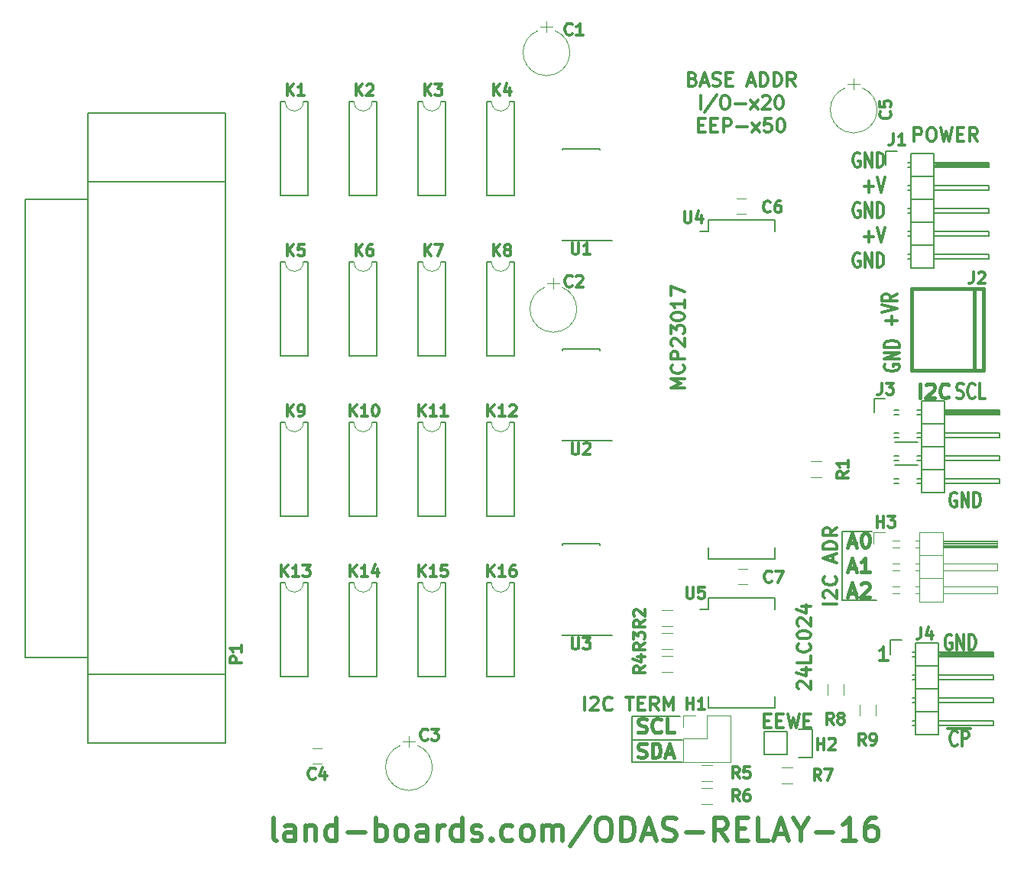
<source format=gbr>
G04 #@! TF.FileFunction,Legend,Top*
%FSLAX46Y46*%
G04 Gerber Fmt 4.6, Leading zero omitted, Abs format (unit mm)*
G04 Created by KiCad (PCBNEW 4.0.5) date 06/30/17 14:30:05*
%MOMM*%
%LPD*%
G01*
G04 APERTURE LIST*
%ADD10C,0.150000*%
%ADD11C,0.300000*%
%ADD12C,0.200000*%
%ADD13C,0.396875*%
%ADD14C,0.476250*%
%ADD15C,0.120000*%
%ADD16C,0.381000*%
%ADD17C,0.317500*%
G04 APERTURE END LIST*
D10*
D11*
X168937929Y-101019619D02*
X168937929Y-100052000D01*
X169566881Y-100535810D02*
X168308976Y-100535810D01*
X167915881Y-99628667D02*
X169566881Y-99205333D01*
X167915881Y-98782000D01*
X169566881Y-97632953D02*
X168780690Y-98056286D01*
X169566881Y-98358667D02*
X167915881Y-98358667D01*
X167915881Y-97874858D01*
X167994500Y-97753905D01*
X168073119Y-97693429D01*
X168230357Y-97632953D01*
X168466214Y-97632953D01*
X168623452Y-97693429D01*
X168702071Y-97753905D01*
X168780690Y-97874858D01*
X168780690Y-98358667D01*
X168248500Y-105434381D02*
X168169881Y-105555333D01*
X168169881Y-105736762D01*
X168248500Y-105918190D01*
X168405738Y-106039143D01*
X168562976Y-106099619D01*
X168877452Y-106160095D01*
X169113310Y-106160095D01*
X169427786Y-106099619D01*
X169585024Y-106039143D01*
X169742262Y-105918190D01*
X169820881Y-105736762D01*
X169820881Y-105615810D01*
X169742262Y-105434381D01*
X169663643Y-105373905D01*
X169113310Y-105373905D01*
X169113310Y-105615810D01*
X169820881Y-104829619D02*
X168169881Y-104829619D01*
X169820881Y-104103905D01*
X168169881Y-104103905D01*
X169820881Y-103499143D02*
X168169881Y-103499143D01*
X168169881Y-103196762D01*
X168248500Y-103015334D01*
X168405738Y-102894381D01*
X168562976Y-102833905D01*
X168877452Y-102773429D01*
X169113310Y-102773429D01*
X169427786Y-102833905D01*
X169585024Y-102894381D01*
X169742262Y-103015334D01*
X169820881Y-103196762D01*
X169820881Y-103499143D01*
X146003571Y-108036427D02*
X144503571Y-108036427D01*
X145575000Y-107536427D01*
X144503571Y-107036427D01*
X146003571Y-107036427D01*
X145860714Y-105464998D02*
X145932143Y-105536427D01*
X146003571Y-105750713D01*
X146003571Y-105893570D01*
X145932143Y-106107855D01*
X145789286Y-106250713D01*
X145646429Y-106322141D01*
X145360714Y-106393570D01*
X145146429Y-106393570D01*
X144860714Y-106322141D01*
X144717857Y-106250713D01*
X144575000Y-106107855D01*
X144503571Y-105893570D01*
X144503571Y-105750713D01*
X144575000Y-105536427D01*
X144646429Y-105464998D01*
X146003571Y-104822141D02*
X144503571Y-104822141D01*
X144503571Y-104250713D01*
X144575000Y-104107855D01*
X144646429Y-104036427D01*
X144789286Y-103964998D01*
X145003571Y-103964998D01*
X145146429Y-104036427D01*
X145217857Y-104107855D01*
X145289286Y-104250713D01*
X145289286Y-104822141D01*
X144646429Y-103393570D02*
X144575000Y-103322141D01*
X144503571Y-103179284D01*
X144503571Y-102822141D01*
X144575000Y-102679284D01*
X144646429Y-102607855D01*
X144789286Y-102536427D01*
X144932143Y-102536427D01*
X145146429Y-102607855D01*
X146003571Y-103464998D01*
X146003571Y-102536427D01*
X144503571Y-102036427D02*
X144503571Y-101107856D01*
X145075000Y-101607856D01*
X145075000Y-101393570D01*
X145146429Y-101250713D01*
X145217857Y-101179284D01*
X145360714Y-101107856D01*
X145717857Y-101107856D01*
X145860714Y-101179284D01*
X145932143Y-101250713D01*
X146003571Y-101393570D01*
X146003571Y-101822142D01*
X145932143Y-101964999D01*
X145860714Y-102036427D01*
X144503571Y-100179285D02*
X144503571Y-100036428D01*
X144575000Y-99893571D01*
X144646429Y-99822142D01*
X144789286Y-99750713D01*
X145075000Y-99679285D01*
X145432143Y-99679285D01*
X145717857Y-99750713D01*
X145860714Y-99822142D01*
X145932143Y-99893571D01*
X146003571Y-100036428D01*
X146003571Y-100179285D01*
X145932143Y-100322142D01*
X145860714Y-100393571D01*
X145717857Y-100464999D01*
X145432143Y-100536428D01*
X145075000Y-100536428D01*
X144789286Y-100464999D01*
X144646429Y-100393571D01*
X144575000Y-100322142D01*
X144503571Y-100179285D01*
X146003571Y-98250714D02*
X146003571Y-99107857D01*
X146003571Y-98679285D02*
X144503571Y-98679285D01*
X144717857Y-98822142D01*
X144860714Y-98965000D01*
X144932143Y-99107857D01*
X144503571Y-97750714D02*
X144503571Y-96750714D01*
X146003571Y-97393571D01*
D12*
X163486000Y-123928000D02*
X166788000Y-123928000D01*
X163486000Y-131548000D02*
X163486000Y-123928000D01*
X167296000Y-131548000D02*
X163486000Y-131548000D01*
D11*
X176226095Y-147537643D02*
X176165619Y-147616262D01*
X175984190Y-147694881D01*
X175863238Y-147694881D01*
X175681810Y-147616262D01*
X175560857Y-147459024D01*
X175500381Y-147301786D01*
X175439905Y-146987310D01*
X175439905Y-146751452D01*
X175500381Y-146436976D01*
X175560857Y-146279738D01*
X175681810Y-146122500D01*
X175863238Y-146043881D01*
X175984190Y-146043881D01*
X176165619Y-146122500D01*
X176226095Y-146201119D01*
X176770381Y-147694881D02*
X176770381Y-146043881D01*
X177254190Y-146043881D01*
X177375143Y-146122500D01*
X177435619Y-146201119D01*
X177496095Y-146358357D01*
X177496095Y-146594214D01*
X177435619Y-146751452D01*
X177375143Y-146830071D01*
X177254190Y-146908690D01*
X176770381Y-146908690D01*
X175198000Y-145759280D02*
X177738000Y-145759280D01*
X176173905Y-109102262D02*
X176355333Y-109180881D01*
X176657714Y-109180881D01*
X176778667Y-109102262D01*
X176839143Y-109023643D01*
X176899619Y-108866405D01*
X176899619Y-108709167D01*
X176839143Y-108551929D01*
X176778667Y-108473310D01*
X176657714Y-108394690D01*
X176415810Y-108316071D01*
X176294857Y-108237452D01*
X176234381Y-108158833D01*
X176173905Y-108001595D01*
X176173905Y-107844357D01*
X176234381Y-107687119D01*
X176294857Y-107608500D01*
X176415810Y-107529881D01*
X176718190Y-107529881D01*
X176899619Y-107608500D01*
X178169619Y-109023643D02*
X178109143Y-109102262D01*
X177927714Y-109180881D01*
X177806762Y-109180881D01*
X177625334Y-109102262D01*
X177504381Y-108945024D01*
X177443905Y-108787786D01*
X177383429Y-108473310D01*
X177383429Y-108237452D01*
X177443905Y-107922976D01*
X177504381Y-107765738D01*
X177625334Y-107608500D01*
X177806762Y-107529881D01*
X177927714Y-107529881D01*
X178109143Y-107608500D01*
X178169619Y-107687119D01*
X179318667Y-109180881D02*
X178713905Y-109180881D01*
X178713905Y-107529881D01*
D12*
X140153500Y-147072500D02*
X145741500Y-147072500D01*
X140153500Y-144405500D02*
X145487500Y-144405500D01*
X140153500Y-149485500D02*
X140153500Y-144405500D01*
X145741500Y-149485500D02*
X140153500Y-149485500D01*
D13*
X164217762Y-125224458D02*
X164973714Y-125224458D01*
X164066571Y-125678030D02*
X164595738Y-124090530D01*
X165124905Y-125678030D01*
X165956452Y-124090530D02*
X166107643Y-124090530D01*
X166258833Y-124166125D01*
X166334428Y-124241720D01*
X166410024Y-124392911D01*
X166485619Y-124695292D01*
X166485619Y-125073268D01*
X166410024Y-125375649D01*
X166334428Y-125526839D01*
X166258833Y-125602435D01*
X166107643Y-125678030D01*
X165956452Y-125678030D01*
X165805262Y-125602435D01*
X165729666Y-125526839D01*
X165654071Y-125375649D01*
X165578476Y-125073268D01*
X165578476Y-124695292D01*
X165654071Y-124392911D01*
X165729666Y-124241720D01*
X165805262Y-124166125D01*
X165956452Y-124090530D01*
X164217762Y-128002583D02*
X164973714Y-128002583D01*
X164066571Y-128456155D02*
X164595738Y-126868655D01*
X165124905Y-128456155D01*
X166485619Y-128456155D02*
X165578476Y-128456155D01*
X166032047Y-128456155D02*
X166032047Y-126868655D01*
X165880857Y-127095440D01*
X165729666Y-127246631D01*
X165578476Y-127322226D01*
X164217762Y-130780708D02*
X164973714Y-130780708D01*
X164066571Y-131234280D02*
X164595738Y-129646780D01*
X165124905Y-131234280D01*
X165578476Y-129797970D02*
X165654071Y-129722375D01*
X165805262Y-129646780D01*
X166183238Y-129646780D01*
X166334428Y-129722375D01*
X166410024Y-129797970D01*
X166485619Y-129949161D01*
X166485619Y-130100351D01*
X166410024Y-130327137D01*
X165502881Y-131234280D01*
X166485619Y-131234280D01*
D12*
X169350000Y-114046000D02*
X171890000Y-114046000D01*
X169350000Y-116586000D02*
X171890000Y-116586000D01*
D11*
X171451714Y-80664571D02*
X171451714Y-79164571D01*
X172023142Y-79164571D01*
X172166000Y-79236000D01*
X172237428Y-79307429D01*
X172308857Y-79450286D01*
X172308857Y-79664571D01*
X172237428Y-79807429D01*
X172166000Y-79878857D01*
X172023142Y-79950286D01*
X171451714Y-79950286D01*
X173237428Y-79164571D02*
X173523142Y-79164571D01*
X173666000Y-79236000D01*
X173808857Y-79378857D01*
X173880285Y-79664571D01*
X173880285Y-80164571D01*
X173808857Y-80450286D01*
X173666000Y-80593143D01*
X173523142Y-80664571D01*
X173237428Y-80664571D01*
X173094571Y-80593143D01*
X172951714Y-80450286D01*
X172880285Y-80164571D01*
X172880285Y-79664571D01*
X172951714Y-79378857D01*
X173094571Y-79236000D01*
X173237428Y-79164571D01*
X174380286Y-79164571D02*
X174737429Y-80664571D01*
X175023143Y-79593143D01*
X175308857Y-80664571D01*
X175666000Y-79164571D01*
X176237429Y-79878857D02*
X176737429Y-79878857D01*
X176951715Y-80664571D02*
X176237429Y-80664571D01*
X176237429Y-79164571D01*
X176951715Y-79164571D01*
X178451715Y-80664571D02*
X177951715Y-79950286D01*
X177594572Y-80664571D02*
X177594572Y-79164571D01*
X178166000Y-79164571D01*
X178308858Y-79236000D01*
X178380286Y-79307429D01*
X178451715Y-79450286D01*
X178451715Y-79664571D01*
X178380286Y-79807429D01*
X178308858Y-79878857D01*
X178166000Y-79950286D01*
X177594572Y-79950286D01*
X154854286Y-144902857D02*
X155354286Y-144902857D01*
X155568572Y-145688571D02*
X154854286Y-145688571D01*
X154854286Y-144188571D01*
X155568572Y-144188571D01*
X156211429Y-144902857D02*
X156711429Y-144902857D01*
X156925715Y-145688571D02*
X156211429Y-145688571D01*
X156211429Y-144188571D01*
X156925715Y-144188571D01*
X157425715Y-144188571D02*
X157782858Y-145688571D01*
X158068572Y-144617143D01*
X158354286Y-145688571D01*
X158711429Y-144188571D01*
X159282858Y-144902857D02*
X159782858Y-144902857D01*
X159997144Y-145688571D02*
X159282858Y-145688571D01*
X159282858Y-144188571D01*
X159997144Y-144188571D01*
X158616429Y-141397856D02*
X158545000Y-141326427D01*
X158473571Y-141183570D01*
X158473571Y-140826427D01*
X158545000Y-140683570D01*
X158616429Y-140612141D01*
X158759286Y-140540713D01*
X158902143Y-140540713D01*
X159116429Y-140612141D01*
X159973571Y-141469284D01*
X159973571Y-140540713D01*
X158973571Y-139254999D02*
X159973571Y-139254999D01*
X158402143Y-139612142D02*
X159473571Y-139969285D01*
X159473571Y-139040713D01*
X159973571Y-137754999D02*
X159973571Y-138469285D01*
X158473571Y-138469285D01*
X159830714Y-136397856D02*
X159902143Y-136469285D01*
X159973571Y-136683571D01*
X159973571Y-136826428D01*
X159902143Y-137040713D01*
X159759286Y-137183571D01*
X159616429Y-137254999D01*
X159330714Y-137326428D01*
X159116429Y-137326428D01*
X158830714Y-137254999D01*
X158687857Y-137183571D01*
X158545000Y-137040713D01*
X158473571Y-136826428D01*
X158473571Y-136683571D01*
X158545000Y-136469285D01*
X158616429Y-136397856D01*
X158473571Y-135469285D02*
X158473571Y-135326428D01*
X158545000Y-135183571D01*
X158616429Y-135112142D01*
X158759286Y-135040713D01*
X159045000Y-134969285D01*
X159402143Y-134969285D01*
X159687857Y-135040713D01*
X159830714Y-135112142D01*
X159902143Y-135183571D01*
X159973571Y-135326428D01*
X159973571Y-135469285D01*
X159902143Y-135612142D01*
X159830714Y-135683571D01*
X159687857Y-135754999D01*
X159402143Y-135826428D01*
X159045000Y-135826428D01*
X158759286Y-135754999D01*
X158616429Y-135683571D01*
X158545000Y-135612142D01*
X158473571Y-135469285D01*
X158616429Y-134397857D02*
X158545000Y-134326428D01*
X158473571Y-134183571D01*
X158473571Y-133826428D01*
X158545000Y-133683571D01*
X158616429Y-133612142D01*
X158759286Y-133540714D01*
X158902143Y-133540714D01*
X159116429Y-133612142D01*
X159973571Y-134469285D01*
X159973571Y-133540714D01*
X158973571Y-132255000D02*
X159973571Y-132255000D01*
X158402143Y-132612143D02*
X159473571Y-132969286D01*
X159473571Y-132040714D01*
D13*
X140895119Y-146168498D02*
X141121905Y-146244093D01*
X141499881Y-146244093D01*
X141651071Y-146168498D01*
X141726667Y-146092902D01*
X141802262Y-145941712D01*
X141802262Y-145790521D01*
X141726667Y-145639331D01*
X141651071Y-145563736D01*
X141499881Y-145488140D01*
X141197500Y-145412545D01*
X141046309Y-145336950D01*
X140970714Y-145261355D01*
X140895119Y-145110164D01*
X140895119Y-144958974D01*
X140970714Y-144807783D01*
X141046309Y-144732188D01*
X141197500Y-144656593D01*
X141575476Y-144656593D01*
X141802262Y-144732188D01*
X143389762Y-146092902D02*
X143314167Y-146168498D01*
X143087381Y-146244093D01*
X142936191Y-146244093D01*
X142709405Y-146168498D01*
X142558214Y-146017307D01*
X142482619Y-145866117D01*
X142407024Y-145563736D01*
X142407024Y-145336950D01*
X142482619Y-145034569D01*
X142558214Y-144883378D01*
X142709405Y-144732188D01*
X142936191Y-144656593D01*
X143087381Y-144656593D01*
X143314167Y-144732188D01*
X143389762Y-144807783D01*
X144826072Y-146244093D02*
X144070119Y-146244093D01*
X144070119Y-144656593D01*
X140857322Y-148946623D02*
X141084108Y-149022218D01*
X141462084Y-149022218D01*
X141613274Y-148946623D01*
X141688870Y-148871027D01*
X141764465Y-148719837D01*
X141764465Y-148568646D01*
X141688870Y-148417456D01*
X141613274Y-148341861D01*
X141462084Y-148266265D01*
X141159703Y-148190670D01*
X141008512Y-148115075D01*
X140932917Y-148039480D01*
X140857322Y-147888289D01*
X140857322Y-147737099D01*
X140932917Y-147585908D01*
X141008512Y-147510313D01*
X141159703Y-147434718D01*
X141537679Y-147434718D01*
X141764465Y-147510313D01*
X142444822Y-149022218D02*
X142444822Y-147434718D01*
X142822798Y-147434718D01*
X143049584Y-147510313D01*
X143200775Y-147661503D01*
X143276370Y-147812694D01*
X143351965Y-148115075D01*
X143351965Y-148341861D01*
X143276370Y-148644242D01*
X143200775Y-148795432D01*
X143049584Y-148946623D01*
X142822798Y-149022218D01*
X142444822Y-149022218D01*
X143956727Y-148568646D02*
X144712679Y-148568646D01*
X143805536Y-149022218D02*
X144334703Y-147434718D01*
X144863870Y-149022218D01*
D11*
X134971143Y-143783571D02*
X134971143Y-142283571D01*
X135614000Y-142426429D02*
X135685429Y-142355000D01*
X135828286Y-142283571D01*
X136185429Y-142283571D01*
X136328286Y-142355000D01*
X136399715Y-142426429D01*
X136471143Y-142569286D01*
X136471143Y-142712143D01*
X136399715Y-142926429D01*
X135542572Y-143783571D01*
X136471143Y-143783571D01*
X137971143Y-143640714D02*
X137899714Y-143712143D01*
X137685428Y-143783571D01*
X137542571Y-143783571D01*
X137328286Y-143712143D01*
X137185428Y-143569286D01*
X137114000Y-143426429D01*
X137042571Y-143140714D01*
X137042571Y-142926429D01*
X137114000Y-142640714D01*
X137185428Y-142497857D01*
X137328286Y-142355000D01*
X137542571Y-142283571D01*
X137685428Y-142283571D01*
X137899714Y-142355000D01*
X137971143Y-142426429D01*
X139542571Y-142283571D02*
X140399714Y-142283571D01*
X139971143Y-143783571D02*
X139971143Y-142283571D01*
X140899714Y-142997857D02*
X141399714Y-142997857D01*
X141614000Y-143783571D02*
X140899714Y-143783571D01*
X140899714Y-142283571D01*
X141614000Y-142283571D01*
X143114000Y-143783571D02*
X142614000Y-143069286D01*
X142256857Y-143783571D02*
X142256857Y-142283571D01*
X142828285Y-142283571D01*
X142971143Y-142355000D01*
X143042571Y-142426429D01*
X143114000Y-142569286D01*
X143114000Y-142783571D01*
X143042571Y-142926429D01*
X142971143Y-142997857D01*
X142828285Y-143069286D01*
X142256857Y-143069286D01*
X143756857Y-143783571D02*
X143756857Y-142283571D01*
X144256857Y-143355000D01*
X144756857Y-142283571D01*
X144756857Y-143783571D01*
X162894571Y-131952857D02*
X161394571Y-131952857D01*
X161537429Y-131310000D02*
X161466000Y-131238571D01*
X161394571Y-131095714D01*
X161394571Y-130738571D01*
X161466000Y-130595714D01*
X161537429Y-130524285D01*
X161680286Y-130452857D01*
X161823143Y-130452857D01*
X162037429Y-130524285D01*
X162894571Y-131381428D01*
X162894571Y-130452857D01*
X162751714Y-128952857D02*
X162823143Y-129024286D01*
X162894571Y-129238572D01*
X162894571Y-129381429D01*
X162823143Y-129595714D01*
X162680286Y-129738572D01*
X162537429Y-129810000D01*
X162251714Y-129881429D01*
X162037429Y-129881429D01*
X161751714Y-129810000D01*
X161608857Y-129738572D01*
X161466000Y-129595714D01*
X161394571Y-129381429D01*
X161394571Y-129238572D01*
X161466000Y-129024286D01*
X161537429Y-128952857D01*
X162466000Y-127238572D02*
X162466000Y-126524286D01*
X162894571Y-127381429D02*
X161394571Y-126881429D01*
X162894571Y-126381429D01*
X162894571Y-125881429D02*
X161394571Y-125881429D01*
X161394571Y-125524286D01*
X161466000Y-125310001D01*
X161608857Y-125167143D01*
X161751714Y-125095715D01*
X162037429Y-125024286D01*
X162251714Y-125024286D01*
X162537429Y-125095715D01*
X162680286Y-125167143D01*
X162823143Y-125310001D01*
X162894571Y-125524286D01*
X162894571Y-125881429D01*
X162894571Y-123524286D02*
X162180286Y-124024286D01*
X162894571Y-124381429D02*
X161394571Y-124381429D01*
X161394571Y-123810001D01*
X161466000Y-123667143D01*
X161537429Y-123595715D01*
X161680286Y-123524286D01*
X161894571Y-123524286D01*
X162037429Y-123595715D01*
X162108857Y-123667143D01*
X162180286Y-123810001D01*
X162180286Y-124381429D01*
X168514572Y-138228571D02*
X167657429Y-138228571D01*
X168086001Y-138228571D02*
X168086001Y-136728571D01*
X167943144Y-136942857D01*
X167800286Y-137085714D01*
X167657429Y-137157143D01*
X165409143Y-81989500D02*
X165288191Y-81910881D01*
X165106762Y-81910881D01*
X164925334Y-81989500D01*
X164804381Y-82146738D01*
X164743905Y-82303976D01*
X164683429Y-82618452D01*
X164683429Y-82854310D01*
X164743905Y-83168786D01*
X164804381Y-83326024D01*
X164925334Y-83483262D01*
X165106762Y-83561881D01*
X165227714Y-83561881D01*
X165409143Y-83483262D01*
X165469619Y-83404643D01*
X165469619Y-82854310D01*
X165227714Y-82854310D01*
X166013905Y-83561881D02*
X166013905Y-81910881D01*
X166739619Y-83561881D01*
X166739619Y-81910881D01*
X167344381Y-83561881D02*
X167344381Y-81910881D01*
X167646762Y-81910881D01*
X167828190Y-81989500D01*
X167949143Y-82146738D01*
X168009619Y-82303976D01*
X168070095Y-82618452D01*
X168070095Y-82854310D01*
X168009619Y-83168786D01*
X167949143Y-83326024D01*
X167828190Y-83483262D01*
X167646762Y-83561881D01*
X167344381Y-83561881D01*
X165953429Y-85709429D02*
X166921048Y-85709429D01*
X166437238Y-86338381D02*
X166437238Y-85080476D01*
X167344381Y-84687381D02*
X167767715Y-86338381D01*
X168191048Y-84687381D01*
X165409143Y-87542500D02*
X165288191Y-87463881D01*
X165106762Y-87463881D01*
X164925334Y-87542500D01*
X164804381Y-87699738D01*
X164743905Y-87856976D01*
X164683429Y-88171452D01*
X164683429Y-88407310D01*
X164743905Y-88721786D01*
X164804381Y-88879024D01*
X164925334Y-89036262D01*
X165106762Y-89114881D01*
X165227714Y-89114881D01*
X165409143Y-89036262D01*
X165469619Y-88957643D01*
X165469619Y-88407310D01*
X165227714Y-88407310D01*
X166013905Y-89114881D02*
X166013905Y-87463881D01*
X166739619Y-89114881D01*
X166739619Y-87463881D01*
X167344381Y-89114881D02*
X167344381Y-87463881D01*
X167646762Y-87463881D01*
X167828190Y-87542500D01*
X167949143Y-87699738D01*
X168009619Y-87856976D01*
X168070095Y-88171452D01*
X168070095Y-88407310D01*
X168009619Y-88721786D01*
X167949143Y-88879024D01*
X167828190Y-89036262D01*
X167646762Y-89114881D01*
X167344381Y-89114881D01*
X165953429Y-91262429D02*
X166921048Y-91262429D01*
X166437238Y-91891381D02*
X166437238Y-90633476D01*
X167344381Y-90240381D02*
X167767715Y-91891381D01*
X168191048Y-90240381D01*
X165409143Y-93095500D02*
X165288191Y-93016881D01*
X165106762Y-93016881D01*
X164925334Y-93095500D01*
X164804381Y-93252738D01*
X164743905Y-93409976D01*
X164683429Y-93724452D01*
X164683429Y-93960310D01*
X164743905Y-94274786D01*
X164804381Y-94432024D01*
X164925334Y-94589262D01*
X165106762Y-94667881D01*
X165227714Y-94667881D01*
X165409143Y-94589262D01*
X165469619Y-94510643D01*
X165469619Y-93960310D01*
X165227714Y-93960310D01*
X166013905Y-94667881D02*
X166013905Y-93016881D01*
X166739619Y-94667881D01*
X166739619Y-93016881D01*
X167344381Y-94667881D02*
X167344381Y-93016881D01*
X167646762Y-93016881D01*
X167828190Y-93095500D01*
X167949143Y-93252738D01*
X168009619Y-93409976D01*
X168070095Y-93724452D01*
X168070095Y-93960310D01*
X168009619Y-94274786D01*
X167949143Y-94432024D01*
X167828190Y-94589262D01*
X167646762Y-94667881D01*
X167344381Y-94667881D01*
X175597143Y-135454500D02*
X175476191Y-135375881D01*
X175294762Y-135375881D01*
X175113334Y-135454500D01*
X174992381Y-135611738D01*
X174931905Y-135768976D01*
X174871429Y-136083452D01*
X174871429Y-136319310D01*
X174931905Y-136633786D01*
X174992381Y-136791024D01*
X175113334Y-136948262D01*
X175294762Y-137026881D01*
X175415714Y-137026881D01*
X175597143Y-136948262D01*
X175657619Y-136869643D01*
X175657619Y-136319310D01*
X175415714Y-136319310D01*
X176201905Y-137026881D02*
X176201905Y-135375881D01*
X176927619Y-137026881D01*
X176927619Y-135375881D01*
X177532381Y-137026881D02*
X177532381Y-135375881D01*
X177834762Y-135375881D01*
X178016190Y-135454500D01*
X178137143Y-135611738D01*
X178197619Y-135768976D01*
X178258095Y-136083452D01*
X178258095Y-136319310D01*
X178197619Y-136633786D01*
X178137143Y-136791024D01*
X178016190Y-136948262D01*
X177834762Y-137026881D01*
X177532381Y-137026881D01*
X146917144Y-73772857D02*
X147131430Y-73844286D01*
X147202858Y-73915714D01*
X147274287Y-74058571D01*
X147274287Y-74272857D01*
X147202858Y-74415714D01*
X147131430Y-74487143D01*
X146988572Y-74558571D01*
X146417144Y-74558571D01*
X146417144Y-73058571D01*
X146917144Y-73058571D01*
X147060001Y-73130000D01*
X147131430Y-73201429D01*
X147202858Y-73344286D01*
X147202858Y-73487143D01*
X147131430Y-73630000D01*
X147060001Y-73701429D01*
X146917144Y-73772857D01*
X146417144Y-73772857D01*
X147845715Y-74130000D02*
X148560001Y-74130000D01*
X147702858Y-74558571D02*
X148202858Y-73058571D01*
X148702858Y-74558571D01*
X149131429Y-74487143D02*
X149345715Y-74558571D01*
X149702858Y-74558571D01*
X149845715Y-74487143D01*
X149917144Y-74415714D01*
X149988572Y-74272857D01*
X149988572Y-74130000D01*
X149917144Y-73987143D01*
X149845715Y-73915714D01*
X149702858Y-73844286D01*
X149417144Y-73772857D01*
X149274286Y-73701429D01*
X149202858Y-73630000D01*
X149131429Y-73487143D01*
X149131429Y-73344286D01*
X149202858Y-73201429D01*
X149274286Y-73130000D01*
X149417144Y-73058571D01*
X149774286Y-73058571D01*
X149988572Y-73130000D01*
X150631429Y-73772857D02*
X151131429Y-73772857D01*
X151345715Y-74558571D02*
X150631429Y-74558571D01*
X150631429Y-73058571D01*
X151345715Y-73058571D01*
X153060000Y-74130000D02*
X153774286Y-74130000D01*
X152917143Y-74558571D02*
X153417143Y-73058571D01*
X153917143Y-74558571D01*
X154417143Y-74558571D02*
X154417143Y-73058571D01*
X154774286Y-73058571D01*
X154988571Y-73130000D01*
X155131429Y-73272857D01*
X155202857Y-73415714D01*
X155274286Y-73701429D01*
X155274286Y-73915714D01*
X155202857Y-74201429D01*
X155131429Y-74344286D01*
X154988571Y-74487143D01*
X154774286Y-74558571D01*
X154417143Y-74558571D01*
X155917143Y-74558571D02*
X155917143Y-73058571D01*
X156274286Y-73058571D01*
X156488571Y-73130000D01*
X156631429Y-73272857D01*
X156702857Y-73415714D01*
X156774286Y-73701429D01*
X156774286Y-73915714D01*
X156702857Y-74201429D01*
X156631429Y-74344286D01*
X156488571Y-74487143D01*
X156274286Y-74558571D01*
X155917143Y-74558571D01*
X158274286Y-74558571D02*
X157774286Y-73844286D01*
X157417143Y-74558571D02*
X157417143Y-73058571D01*
X157988571Y-73058571D01*
X158131429Y-73130000D01*
X158202857Y-73201429D01*
X158274286Y-73344286D01*
X158274286Y-73558571D01*
X158202857Y-73701429D01*
X158131429Y-73772857D01*
X157988571Y-73844286D01*
X157417143Y-73844286D01*
X147774286Y-77108571D02*
X147774286Y-75608571D01*
X149560000Y-75537143D02*
X148274286Y-77465714D01*
X150345715Y-75608571D02*
X150631429Y-75608571D01*
X150774287Y-75680000D01*
X150917144Y-75822857D01*
X150988572Y-76108571D01*
X150988572Y-76608571D01*
X150917144Y-76894286D01*
X150774287Y-77037143D01*
X150631429Y-77108571D01*
X150345715Y-77108571D01*
X150202858Y-77037143D01*
X150060001Y-76894286D01*
X149988572Y-76608571D01*
X149988572Y-76108571D01*
X150060001Y-75822857D01*
X150202858Y-75680000D01*
X150345715Y-75608571D01*
X151631430Y-76537143D02*
X152774287Y-76537143D01*
X153345716Y-77108571D02*
X154131430Y-76108571D01*
X153345716Y-76108571D02*
X154131430Y-77108571D01*
X154631430Y-75751429D02*
X154702859Y-75680000D01*
X154845716Y-75608571D01*
X155202859Y-75608571D01*
X155345716Y-75680000D01*
X155417145Y-75751429D01*
X155488573Y-75894286D01*
X155488573Y-76037143D01*
X155417145Y-76251429D01*
X154560002Y-77108571D01*
X155488573Y-77108571D01*
X156417144Y-75608571D02*
X156560001Y-75608571D01*
X156702858Y-75680000D01*
X156774287Y-75751429D01*
X156845716Y-75894286D01*
X156917144Y-76180000D01*
X156917144Y-76537143D01*
X156845716Y-76822857D01*
X156774287Y-76965714D01*
X156702858Y-77037143D01*
X156560001Y-77108571D01*
X156417144Y-77108571D01*
X156274287Y-77037143D01*
X156202858Y-76965714D01*
X156131430Y-76822857D01*
X156060001Y-76537143D01*
X156060001Y-76180000D01*
X156131430Y-75894286D01*
X156202858Y-75751429D01*
X156274287Y-75680000D01*
X156417144Y-75608571D01*
X147595715Y-78872857D02*
X148095715Y-78872857D01*
X148310001Y-79658571D02*
X147595715Y-79658571D01*
X147595715Y-78158571D01*
X148310001Y-78158571D01*
X148952858Y-78872857D02*
X149452858Y-78872857D01*
X149667144Y-79658571D02*
X148952858Y-79658571D01*
X148952858Y-78158571D01*
X149667144Y-78158571D01*
X150310001Y-79658571D02*
X150310001Y-78158571D01*
X150881429Y-78158571D01*
X151024287Y-78230000D01*
X151095715Y-78301429D01*
X151167144Y-78444286D01*
X151167144Y-78658571D01*
X151095715Y-78801429D01*
X151024287Y-78872857D01*
X150881429Y-78944286D01*
X150310001Y-78944286D01*
X151810001Y-79087143D02*
X152952858Y-79087143D01*
X153524287Y-79658571D02*
X154310001Y-78658571D01*
X153524287Y-78658571D02*
X154310001Y-79658571D01*
X155595716Y-78158571D02*
X154881430Y-78158571D01*
X154810001Y-78872857D01*
X154881430Y-78801429D01*
X155024287Y-78730000D01*
X155381430Y-78730000D01*
X155524287Y-78801429D01*
X155595716Y-78872857D01*
X155667144Y-79015714D01*
X155667144Y-79372857D01*
X155595716Y-79515714D01*
X155524287Y-79587143D01*
X155381430Y-79658571D01*
X155024287Y-79658571D01*
X154881430Y-79587143D01*
X154810001Y-79515714D01*
X156595715Y-78158571D02*
X156738572Y-78158571D01*
X156881429Y-78230000D01*
X156952858Y-78301429D01*
X157024287Y-78444286D01*
X157095715Y-78730000D01*
X157095715Y-79087143D01*
X157024287Y-79372857D01*
X156952858Y-79515714D01*
X156881429Y-79587143D01*
X156738572Y-79658571D01*
X156595715Y-79658571D01*
X156452858Y-79587143D01*
X156381429Y-79515714D01*
X156310001Y-79372857D01*
X156238572Y-79087143D01*
X156238572Y-78730000D01*
X156310001Y-78444286D01*
X156381429Y-78301429D01*
X156452858Y-78230000D01*
X156595715Y-78158571D01*
D14*
X100814525Y-158224048D02*
X100572620Y-158103095D01*
X100451668Y-157861190D01*
X100451668Y-155684048D01*
X102870715Y-158224048D02*
X102870715Y-156893571D01*
X102749763Y-156651667D01*
X102507858Y-156530714D01*
X102024049Y-156530714D01*
X101782144Y-156651667D01*
X102870715Y-158103095D02*
X102628811Y-158224048D01*
X102024049Y-158224048D01*
X101782144Y-158103095D01*
X101661192Y-157861190D01*
X101661192Y-157619286D01*
X101782144Y-157377381D01*
X102024049Y-157256429D01*
X102628811Y-157256429D01*
X102870715Y-157135476D01*
X104080239Y-156530714D02*
X104080239Y-158224048D01*
X104080239Y-156772619D02*
X104201191Y-156651667D01*
X104443096Y-156530714D01*
X104805953Y-156530714D01*
X105047858Y-156651667D01*
X105168810Y-156893571D01*
X105168810Y-158224048D01*
X107466905Y-158224048D02*
X107466905Y-155684048D01*
X107466905Y-158103095D02*
X107225001Y-158224048D01*
X106741191Y-158224048D01*
X106499286Y-158103095D01*
X106378334Y-157982143D01*
X106257382Y-157740238D01*
X106257382Y-157014524D01*
X106378334Y-156772619D01*
X106499286Y-156651667D01*
X106741191Y-156530714D01*
X107225001Y-156530714D01*
X107466905Y-156651667D01*
X108676429Y-157256429D02*
X110611667Y-157256429D01*
X111821191Y-158224048D02*
X111821191Y-155684048D01*
X111821191Y-156651667D02*
X112063096Y-156530714D01*
X112546905Y-156530714D01*
X112788810Y-156651667D01*
X112909762Y-156772619D01*
X113030715Y-157014524D01*
X113030715Y-157740238D01*
X112909762Y-157982143D01*
X112788810Y-158103095D01*
X112546905Y-158224048D01*
X112063096Y-158224048D01*
X111821191Y-158103095D01*
X114482143Y-158224048D02*
X114240238Y-158103095D01*
X114119286Y-157982143D01*
X113998334Y-157740238D01*
X113998334Y-157014524D01*
X114119286Y-156772619D01*
X114240238Y-156651667D01*
X114482143Y-156530714D01*
X114845000Y-156530714D01*
X115086905Y-156651667D01*
X115207857Y-156772619D01*
X115328810Y-157014524D01*
X115328810Y-157740238D01*
X115207857Y-157982143D01*
X115086905Y-158103095D01*
X114845000Y-158224048D01*
X114482143Y-158224048D01*
X117505952Y-158224048D02*
X117505952Y-156893571D01*
X117385000Y-156651667D01*
X117143095Y-156530714D01*
X116659286Y-156530714D01*
X116417381Y-156651667D01*
X117505952Y-158103095D02*
X117264048Y-158224048D01*
X116659286Y-158224048D01*
X116417381Y-158103095D01*
X116296429Y-157861190D01*
X116296429Y-157619286D01*
X116417381Y-157377381D01*
X116659286Y-157256429D01*
X117264048Y-157256429D01*
X117505952Y-157135476D01*
X118715476Y-158224048D02*
X118715476Y-156530714D01*
X118715476Y-157014524D02*
X118836428Y-156772619D01*
X118957381Y-156651667D01*
X119199285Y-156530714D01*
X119441190Y-156530714D01*
X121376428Y-158224048D02*
X121376428Y-155684048D01*
X121376428Y-158103095D02*
X121134524Y-158224048D01*
X120650714Y-158224048D01*
X120408809Y-158103095D01*
X120287857Y-157982143D01*
X120166905Y-157740238D01*
X120166905Y-157014524D01*
X120287857Y-156772619D01*
X120408809Y-156651667D01*
X120650714Y-156530714D01*
X121134524Y-156530714D01*
X121376428Y-156651667D01*
X122465000Y-158103095D02*
X122706904Y-158224048D01*
X123190714Y-158224048D01*
X123432619Y-158103095D01*
X123553571Y-157861190D01*
X123553571Y-157740238D01*
X123432619Y-157498333D01*
X123190714Y-157377381D01*
X122827857Y-157377381D01*
X122585952Y-157256429D01*
X122465000Y-157014524D01*
X122465000Y-156893571D01*
X122585952Y-156651667D01*
X122827857Y-156530714D01*
X123190714Y-156530714D01*
X123432619Y-156651667D01*
X124642142Y-157982143D02*
X124763094Y-158103095D01*
X124642142Y-158224048D01*
X124521190Y-158103095D01*
X124642142Y-157982143D01*
X124642142Y-158224048D01*
X126940237Y-158103095D02*
X126698333Y-158224048D01*
X126214523Y-158224048D01*
X125972618Y-158103095D01*
X125851666Y-157982143D01*
X125730714Y-157740238D01*
X125730714Y-157014524D01*
X125851666Y-156772619D01*
X125972618Y-156651667D01*
X126214523Y-156530714D01*
X126698333Y-156530714D01*
X126940237Y-156651667D01*
X128391666Y-158224048D02*
X128149761Y-158103095D01*
X128028809Y-157982143D01*
X127907857Y-157740238D01*
X127907857Y-157014524D01*
X128028809Y-156772619D01*
X128149761Y-156651667D01*
X128391666Y-156530714D01*
X128754523Y-156530714D01*
X128996428Y-156651667D01*
X129117380Y-156772619D01*
X129238333Y-157014524D01*
X129238333Y-157740238D01*
X129117380Y-157982143D01*
X128996428Y-158103095D01*
X128754523Y-158224048D01*
X128391666Y-158224048D01*
X130326904Y-158224048D02*
X130326904Y-156530714D01*
X130326904Y-156772619D02*
X130447856Y-156651667D01*
X130689761Y-156530714D01*
X131052618Y-156530714D01*
X131294523Y-156651667D01*
X131415475Y-156893571D01*
X131415475Y-158224048D01*
X131415475Y-156893571D02*
X131536428Y-156651667D01*
X131778332Y-156530714D01*
X132141190Y-156530714D01*
X132383094Y-156651667D01*
X132504047Y-156893571D01*
X132504047Y-158224048D01*
X135527857Y-155563095D02*
X133350714Y-158828810D01*
X136858332Y-155684048D02*
X137342142Y-155684048D01*
X137584047Y-155805000D01*
X137825951Y-156046905D01*
X137946904Y-156530714D01*
X137946904Y-157377381D01*
X137825951Y-157861190D01*
X137584047Y-158103095D01*
X137342142Y-158224048D01*
X136858332Y-158224048D01*
X136616428Y-158103095D01*
X136374523Y-157861190D01*
X136253571Y-157377381D01*
X136253571Y-156530714D01*
X136374523Y-156046905D01*
X136616428Y-155805000D01*
X136858332Y-155684048D01*
X139035475Y-158224048D02*
X139035475Y-155684048D01*
X139640237Y-155684048D01*
X140003094Y-155805000D01*
X140244999Y-156046905D01*
X140365951Y-156288810D01*
X140486903Y-156772619D01*
X140486903Y-157135476D01*
X140365951Y-157619286D01*
X140244999Y-157861190D01*
X140003094Y-158103095D01*
X139640237Y-158224048D01*
X139035475Y-158224048D01*
X141454523Y-157498333D02*
X142664046Y-157498333D01*
X141212618Y-158224048D02*
X142059284Y-155684048D01*
X142905951Y-158224048D01*
X143631666Y-158103095D02*
X143994523Y-158224048D01*
X144599285Y-158224048D01*
X144841189Y-158103095D01*
X144962142Y-157982143D01*
X145083094Y-157740238D01*
X145083094Y-157498333D01*
X144962142Y-157256429D01*
X144841189Y-157135476D01*
X144599285Y-157014524D01*
X144115475Y-156893571D01*
X143873570Y-156772619D01*
X143752618Y-156651667D01*
X143631666Y-156409762D01*
X143631666Y-156167857D01*
X143752618Y-155925952D01*
X143873570Y-155805000D01*
X144115475Y-155684048D01*
X144720237Y-155684048D01*
X145083094Y-155805000D01*
X146171666Y-157256429D02*
X148106904Y-157256429D01*
X150767856Y-158224048D02*
X149921190Y-157014524D01*
X149316428Y-158224048D02*
X149316428Y-155684048D01*
X150284047Y-155684048D01*
X150525952Y-155805000D01*
X150646904Y-155925952D01*
X150767856Y-156167857D01*
X150767856Y-156530714D01*
X150646904Y-156772619D01*
X150525952Y-156893571D01*
X150284047Y-157014524D01*
X149316428Y-157014524D01*
X151856428Y-156893571D02*
X152703095Y-156893571D01*
X153065952Y-158224048D02*
X151856428Y-158224048D01*
X151856428Y-155684048D01*
X153065952Y-155684048D01*
X155364047Y-158224048D02*
X154154523Y-158224048D01*
X154154523Y-155684048D01*
X156089761Y-157498333D02*
X157299284Y-157498333D01*
X155847856Y-158224048D02*
X156694522Y-155684048D01*
X157541189Y-158224048D01*
X158871665Y-157014524D02*
X158871665Y-158224048D01*
X158024999Y-155684048D02*
X158871665Y-157014524D01*
X159718332Y-155684048D01*
X160564999Y-157256429D02*
X162500237Y-157256429D01*
X165040237Y-158224048D02*
X163588809Y-158224048D01*
X164314523Y-158224048D02*
X164314523Y-155684048D01*
X164072618Y-156046905D01*
X163830713Y-156288810D01*
X163588809Y-156409762D01*
X167217380Y-155684048D02*
X166733571Y-155684048D01*
X166491666Y-155805000D01*
X166370714Y-155925952D01*
X166128809Y-156288810D01*
X166007857Y-156772619D01*
X166007857Y-157740238D01*
X166128809Y-157982143D01*
X166249761Y-158103095D01*
X166491666Y-158224048D01*
X166975476Y-158224048D01*
X167217380Y-158103095D01*
X167338333Y-157982143D01*
X167459285Y-157740238D01*
X167459285Y-157135476D01*
X167338333Y-156893571D01*
X167217380Y-156772619D01*
X166975476Y-156651667D01*
X166491666Y-156651667D01*
X166249761Y-156772619D01*
X166128809Y-156893571D01*
X166007857Y-157135476D01*
D13*
X172096298Y-109152155D02*
X172096298Y-107564655D01*
X172776655Y-107715845D02*
X172852250Y-107640250D01*
X173003441Y-107564655D01*
X173381417Y-107564655D01*
X173532607Y-107640250D01*
X173608203Y-107715845D01*
X173683798Y-107867036D01*
X173683798Y-108018226D01*
X173608203Y-108245012D01*
X172701060Y-109152155D01*
X173683798Y-109152155D01*
X175271298Y-109000964D02*
X175195703Y-109076560D01*
X174968917Y-109152155D01*
X174817727Y-109152155D01*
X174590941Y-109076560D01*
X174439750Y-108925369D01*
X174364155Y-108774179D01*
X174288560Y-108471798D01*
X174288560Y-108245012D01*
X174364155Y-107942631D01*
X174439750Y-107791440D01*
X174590941Y-107640250D01*
X174817727Y-107564655D01*
X174968917Y-107564655D01*
X175195703Y-107640250D01*
X175271298Y-107715845D01*
D11*
X176137619Y-119673500D02*
X176016667Y-119594881D01*
X175835238Y-119594881D01*
X175653810Y-119673500D01*
X175532857Y-119830738D01*
X175472381Y-119987976D01*
X175411905Y-120302452D01*
X175411905Y-120538310D01*
X175472381Y-120852786D01*
X175532857Y-121010024D01*
X175653810Y-121167262D01*
X175835238Y-121245881D01*
X175956190Y-121245881D01*
X176137619Y-121167262D01*
X176198095Y-121088643D01*
X176198095Y-120538310D01*
X175956190Y-120538310D01*
X176742381Y-121245881D02*
X176742381Y-119594881D01*
X177468095Y-121245881D01*
X177468095Y-119594881D01*
X178072857Y-121245881D02*
X178072857Y-119594881D01*
X178375238Y-119594881D01*
X178556666Y-119673500D01*
X178677619Y-119830738D01*
X178738095Y-119987976D01*
X178798571Y-120302452D01*
X178798571Y-120538310D01*
X178738095Y-120852786D01*
X178677619Y-121010024D01*
X178556666Y-121167262D01*
X178375238Y-121245881D01*
X178072857Y-121245881D01*
D10*
X157390000Y-148693000D02*
X154850000Y-148693000D01*
X160210000Y-148973000D02*
X158660000Y-148973000D01*
X157390000Y-148693000D02*
X157390000Y-146153000D01*
X158660000Y-145873000D02*
X160210000Y-145873000D01*
X160210000Y-145873000D02*
X160210000Y-148973000D01*
X157390000Y-146153000D02*
X154850000Y-146153000D01*
X154850000Y-146153000D02*
X154850000Y-148693000D01*
X95175000Y-77575000D02*
X95175000Y-147425000D01*
X95175000Y-147425000D02*
X79935000Y-147425000D01*
X79935000Y-147425000D02*
X79935000Y-77575000D01*
X79935000Y-77575000D02*
X95175000Y-77575000D01*
X79935000Y-87100000D02*
X72950000Y-87100000D01*
X72950000Y-87100000D02*
X72950000Y-137900000D01*
X72950000Y-137900000D02*
X79935000Y-137900000D01*
X79935000Y-85195000D02*
X95175000Y-85195000D01*
X79935000Y-139805000D02*
X95175000Y-139805000D01*
X148635000Y-89375000D02*
X148635000Y-90645000D01*
X155985000Y-89375000D02*
X155985000Y-90645000D01*
X155985000Y-126985000D02*
X155985000Y-125715000D01*
X148635000Y-126985000D02*
X148635000Y-125715000D01*
X148635000Y-89375000D02*
X155985000Y-89375000D01*
X148635000Y-126985000D02*
X155985000Y-126985000D01*
X148635000Y-90645000D02*
X147700000Y-90645000D01*
X148635000Y-131285000D02*
X148635000Y-132555000D01*
X155985000Y-131285000D02*
X155985000Y-132555000D01*
X155985000Y-143495000D02*
X155985000Y-142225000D01*
X148635000Y-143495000D02*
X148635000Y-142225000D01*
X148635000Y-131285000D02*
X155985000Y-131285000D01*
X148635000Y-143495000D02*
X155985000Y-143495000D01*
X148635000Y-132555000D02*
X147700000Y-132555000D01*
X168185000Y-109170000D02*
X167035000Y-109170000D01*
X167035000Y-109170000D02*
X167035000Y-110720000D01*
X169709000Y-118594000D02*
X169201000Y-118594000D01*
X169709000Y-118086000D02*
X169201000Y-118086000D01*
X169709000Y-116054000D02*
X169201000Y-116054000D01*
X169709000Y-115546000D02*
X169201000Y-115546000D01*
X169709000Y-113514000D02*
X169201000Y-113514000D01*
X169709000Y-113006000D02*
X169201000Y-113006000D01*
X169709000Y-110974000D02*
X169201000Y-110974000D01*
X169709000Y-110466000D02*
X169201000Y-110466000D01*
X172249000Y-110466000D02*
X171741000Y-110466000D01*
X172249000Y-110974000D02*
X171741000Y-110974000D01*
X172249000Y-113006000D02*
X171741000Y-113006000D01*
X172249000Y-113514000D02*
X171741000Y-113514000D01*
X172249000Y-118594000D02*
X171741000Y-118594000D01*
X172249000Y-118086000D02*
X171741000Y-118086000D01*
X172249000Y-116054000D02*
X171741000Y-116054000D01*
X172249000Y-115546000D02*
X171741000Y-115546000D01*
X174789000Y-110593000D02*
X180758000Y-110593000D01*
X180758000Y-110593000D02*
X180758000Y-110847000D01*
X180758000Y-110847000D02*
X174916000Y-110847000D01*
X174916000Y-110847000D02*
X174916000Y-110720000D01*
X174916000Y-110720000D02*
X180758000Y-110720000D01*
X172249000Y-119610000D02*
X174789000Y-119610000D01*
X172249000Y-114530000D02*
X174789000Y-114530000D01*
X172249000Y-114530000D02*
X172249000Y-117070000D01*
X172249000Y-117070000D02*
X174789000Y-117070000D01*
X174789000Y-115546000D02*
X180885000Y-115546000D01*
X180885000Y-115546000D02*
X180885000Y-116054000D01*
X180885000Y-116054000D02*
X174789000Y-116054000D01*
X174789000Y-117070000D02*
X174789000Y-114530000D01*
X174789000Y-119610000D02*
X174789000Y-117070000D01*
X180885000Y-118594000D02*
X174789000Y-118594000D01*
X180885000Y-118086000D02*
X180885000Y-118594000D01*
X174789000Y-118086000D02*
X180885000Y-118086000D01*
X172249000Y-119610000D02*
X174789000Y-119610000D01*
X172249000Y-117070000D02*
X172249000Y-119610000D01*
X172249000Y-117070000D02*
X174789000Y-117070000D01*
X172249000Y-111990000D02*
X174789000Y-111990000D01*
X172249000Y-111990000D02*
X172249000Y-114530000D01*
X172249000Y-114530000D02*
X174789000Y-114530000D01*
X174789000Y-113006000D02*
X180885000Y-113006000D01*
X180885000Y-113006000D02*
X180885000Y-113514000D01*
X180885000Y-113514000D02*
X174789000Y-113514000D01*
X174789000Y-114530000D02*
X174789000Y-111990000D01*
X174789000Y-111990000D02*
X174789000Y-109450000D01*
X180885000Y-110974000D02*
X174789000Y-110974000D01*
X180885000Y-110466000D02*
X180885000Y-110974000D01*
X174789000Y-110466000D02*
X180885000Y-110466000D01*
X172249000Y-111990000D02*
X174789000Y-111990000D01*
X172249000Y-109450000D02*
X172249000Y-111990000D01*
X172249000Y-109450000D02*
X174789000Y-109450000D01*
X168282000Y-81738000D02*
X168282000Y-83288000D01*
X169582000Y-81738000D02*
X168282000Y-81738000D01*
X173773000Y-83161000D02*
X179615000Y-83161000D01*
X179615000Y-83161000D02*
X179615000Y-83415000D01*
X179615000Y-83415000D02*
X173773000Y-83415000D01*
X173773000Y-83415000D02*
X173773000Y-83288000D01*
X173773000Y-83288000D02*
X179615000Y-83288000D01*
X171106000Y-83034000D02*
X170725000Y-83034000D01*
X171106000Y-83542000D02*
X170725000Y-83542000D01*
X171106000Y-85574000D02*
X170725000Y-85574000D01*
X171106000Y-86082000D02*
X170725000Y-86082000D01*
X171106000Y-88114000D02*
X170725000Y-88114000D01*
X171106000Y-88622000D02*
X170725000Y-88622000D01*
X171106000Y-90654000D02*
X170725000Y-90654000D01*
X171106000Y-91162000D02*
X170725000Y-91162000D01*
X171106000Y-93702000D02*
X170725000Y-93702000D01*
X171106000Y-93194000D02*
X170725000Y-93194000D01*
X173646000Y-84558000D02*
X173646000Y-82018000D01*
X179742000Y-83542000D02*
X173646000Y-83542000D01*
X179742000Y-83034000D02*
X179742000Y-83542000D01*
X173646000Y-83034000D02*
X179742000Y-83034000D01*
X171106000Y-84558000D02*
X173646000Y-84558000D01*
X171106000Y-82018000D02*
X171106000Y-84558000D01*
X171106000Y-82018000D02*
X173646000Y-82018000D01*
X171106000Y-87098000D02*
X173646000Y-87098000D01*
X171106000Y-87098000D02*
X171106000Y-89638000D01*
X171106000Y-89638000D02*
X173646000Y-89638000D01*
X173646000Y-88114000D02*
X179742000Y-88114000D01*
X179742000Y-88114000D02*
X179742000Y-88622000D01*
X179742000Y-88622000D02*
X173646000Y-88622000D01*
X173646000Y-89638000D02*
X173646000Y-87098000D01*
X173646000Y-87098000D02*
X173646000Y-84558000D01*
X179742000Y-86082000D02*
X173646000Y-86082000D01*
X179742000Y-85574000D02*
X179742000Y-86082000D01*
X173646000Y-85574000D02*
X179742000Y-85574000D01*
X171106000Y-87098000D02*
X173646000Y-87098000D01*
X171106000Y-84558000D02*
X171106000Y-87098000D01*
X171106000Y-84558000D02*
X173646000Y-84558000D01*
X171106000Y-92178000D02*
X173646000Y-92178000D01*
X171106000Y-92178000D02*
X171106000Y-94718000D01*
X171106000Y-94718000D02*
X173646000Y-94718000D01*
X173646000Y-93194000D02*
X179742000Y-93194000D01*
X179742000Y-93194000D02*
X179742000Y-93702000D01*
X179742000Y-93702000D02*
X173646000Y-93702000D01*
X173646000Y-94718000D02*
X173646000Y-92178000D01*
X173646000Y-92178000D02*
X173646000Y-89638000D01*
X179742000Y-91162000D02*
X173646000Y-91162000D01*
X179742000Y-90654000D02*
X179742000Y-91162000D01*
X173646000Y-90654000D02*
X179742000Y-90654000D01*
X171106000Y-92178000D02*
X173646000Y-92178000D01*
X171106000Y-89638000D02*
X171106000Y-92178000D01*
X171106000Y-89638000D02*
X173646000Y-89638000D01*
X168818000Y-136000000D02*
X168818000Y-137550000D01*
X170118000Y-136000000D02*
X168818000Y-136000000D01*
X174309000Y-137423000D02*
X180151000Y-137423000D01*
X180151000Y-137423000D02*
X180151000Y-137677000D01*
X180151000Y-137677000D02*
X174309000Y-137677000D01*
X174309000Y-137677000D02*
X174309000Y-137550000D01*
X174309000Y-137550000D02*
X180151000Y-137550000D01*
X171642000Y-137296000D02*
X171261000Y-137296000D01*
X171642000Y-137804000D02*
X171261000Y-137804000D01*
X171642000Y-139836000D02*
X171261000Y-139836000D01*
X171642000Y-140344000D02*
X171261000Y-140344000D01*
X171642000Y-142376000D02*
X171261000Y-142376000D01*
X171642000Y-142884000D02*
X171261000Y-142884000D01*
X171642000Y-145424000D02*
X171261000Y-145424000D01*
X171642000Y-144916000D02*
X171261000Y-144916000D01*
X171642000Y-136280000D02*
X174182000Y-136280000D01*
X171642000Y-138820000D02*
X174182000Y-138820000D01*
X171642000Y-138820000D02*
X171642000Y-141360000D01*
X171642000Y-141360000D02*
X174182000Y-141360000D01*
X174182000Y-139836000D02*
X180278000Y-139836000D01*
X180278000Y-139836000D02*
X180278000Y-140344000D01*
X180278000Y-140344000D02*
X174182000Y-140344000D01*
X174182000Y-141360000D02*
X174182000Y-138820000D01*
X174182000Y-138820000D02*
X174182000Y-136280000D01*
X180278000Y-137804000D02*
X174182000Y-137804000D01*
X180278000Y-137296000D02*
X180278000Y-137804000D01*
X174182000Y-137296000D02*
X180278000Y-137296000D01*
X171642000Y-138820000D02*
X174182000Y-138820000D01*
X171642000Y-136280000D02*
X171642000Y-138820000D01*
X171642000Y-143900000D02*
X174182000Y-143900000D01*
X171642000Y-143900000D02*
X171642000Y-146440000D01*
X171642000Y-146440000D02*
X174182000Y-146440000D01*
X174182000Y-144916000D02*
X180278000Y-144916000D01*
X180278000Y-144916000D02*
X180278000Y-145424000D01*
X180278000Y-145424000D02*
X174182000Y-145424000D01*
X174182000Y-146440000D02*
X174182000Y-143900000D01*
X174182000Y-143900000D02*
X174182000Y-141360000D01*
X180278000Y-142884000D02*
X174182000Y-142884000D01*
X180278000Y-142376000D02*
X180278000Y-142884000D01*
X174182000Y-142376000D02*
X180278000Y-142376000D01*
X171642000Y-143900000D02*
X174182000Y-143900000D01*
X171642000Y-141360000D02*
X171642000Y-143900000D01*
X171642000Y-141360000D02*
X174182000Y-141360000D01*
D15*
X172065000Y-123995000D02*
X172065000Y-126595000D01*
X172065000Y-126595000D02*
X174685000Y-126595000D01*
X174685000Y-126595000D02*
X174685000Y-123995000D01*
X174685000Y-123995000D02*
X172065000Y-123995000D01*
X174685000Y-124945000D02*
X174685000Y-125705000D01*
X174685000Y-125705000D02*
X180685000Y-125705000D01*
X180685000Y-125705000D02*
X180685000Y-124945000D01*
X180685000Y-124945000D02*
X174685000Y-124945000D01*
X171635000Y-124945000D02*
X172065000Y-124945000D01*
X171635000Y-125705000D02*
X172065000Y-125705000D01*
X169095000Y-124945000D02*
X169815000Y-124945000D01*
X169095000Y-125705000D02*
X169815000Y-125705000D01*
X174685000Y-125065000D02*
X180685000Y-125065000D01*
X174685000Y-125185000D02*
X180685000Y-125185000D01*
X174685000Y-125305000D02*
X180685000Y-125305000D01*
X174685000Y-125425000D02*
X180685000Y-125425000D01*
X174685000Y-125545000D02*
X180685000Y-125545000D01*
X174685000Y-125665000D02*
X180685000Y-125665000D01*
X172065000Y-126595000D02*
X172065000Y-129135000D01*
X172065000Y-129135000D02*
X174685000Y-129135000D01*
X174685000Y-129135000D02*
X174685000Y-126595000D01*
X174685000Y-126595000D02*
X172065000Y-126595000D01*
X174685000Y-127485000D02*
X174685000Y-128245000D01*
X174685000Y-128245000D02*
X180685000Y-128245000D01*
X180685000Y-128245000D02*
X180685000Y-127485000D01*
X180685000Y-127485000D02*
X174685000Y-127485000D01*
X171635000Y-127485000D02*
X172065000Y-127485000D01*
X171635000Y-128245000D02*
X172065000Y-128245000D01*
X169095000Y-127485000D02*
X169815000Y-127485000D01*
X169095000Y-128245000D02*
X169815000Y-128245000D01*
X172065000Y-129135000D02*
X172065000Y-131735000D01*
X172065000Y-131735000D02*
X174685000Y-131735000D01*
X174685000Y-131735000D02*
X174685000Y-129135000D01*
X174685000Y-129135000D02*
X172065000Y-129135000D01*
X174685000Y-130025000D02*
X174685000Y-130785000D01*
X174685000Y-130785000D02*
X180685000Y-130785000D01*
X180685000Y-130785000D02*
X180685000Y-130025000D01*
X180685000Y-130025000D02*
X174685000Y-130025000D01*
X171635000Y-130025000D02*
X172065000Y-130025000D01*
X171635000Y-130785000D02*
X172065000Y-130785000D01*
X169095000Y-130025000D02*
X169815000Y-130025000D01*
X169095000Y-130785000D02*
X169815000Y-130785000D01*
X166915000Y-125325000D02*
X166915000Y-124055000D01*
X166915000Y-124055000D02*
X168185000Y-124055000D01*
X145900000Y-146915000D02*
X145900000Y-149515000D01*
X145900000Y-149515000D02*
X151100000Y-149515000D01*
X151100000Y-149515000D02*
X151100000Y-144315000D01*
X151100000Y-144315000D02*
X148500000Y-144315000D01*
X148500000Y-144315000D02*
X148500000Y-146915000D01*
X148500000Y-146915000D02*
X145900000Y-146915000D01*
X145900000Y-145645000D02*
X145900000Y-144315000D01*
X145900000Y-144315000D02*
X147230000Y-144315000D01*
X143455000Y-132700000D02*
X144655000Y-132700000D01*
X144655000Y-134460000D02*
X143455000Y-134460000D01*
X151960000Y-129810000D02*
X152960000Y-129810000D01*
X152960000Y-128110000D02*
X151960000Y-128110000D01*
X151810000Y-88710000D02*
X152810000Y-88710000D01*
X152810000Y-87010000D02*
X151810000Y-87010000D01*
X143455000Y-137780000D02*
X144655000Y-137780000D01*
X144655000Y-139540000D02*
X143455000Y-139540000D01*
X143455000Y-135240000D02*
X144655000Y-135240000D01*
X144655000Y-137000000D02*
X143455000Y-137000000D01*
X161165000Y-117950000D02*
X159965000Y-117950000D01*
X159965000Y-116190000D02*
X161165000Y-116190000D01*
X157990000Y-151859000D02*
X156790000Y-151859000D01*
X156790000Y-150099000D02*
X157990000Y-150099000D01*
X161844000Y-142054000D02*
X161844000Y-140854000D01*
X163604000Y-140854000D02*
X163604000Y-142054000D01*
X165400000Y-144340000D02*
X165400000Y-143140000D01*
X167160000Y-143140000D02*
X167160000Y-144340000D01*
D10*
X136605000Y-91665000D02*
X136605000Y-91640000D01*
X132455000Y-91665000D02*
X132455000Y-91560000D01*
X132455000Y-81515000D02*
X132455000Y-81620000D01*
X136605000Y-81515000D02*
X136605000Y-81620000D01*
X136605000Y-91665000D02*
X132455000Y-91665000D01*
X136605000Y-81515000D02*
X132455000Y-81515000D01*
X136605000Y-91640000D02*
X137980000Y-91640000D01*
X136605000Y-113890000D02*
X136605000Y-113865000D01*
X132455000Y-113890000D02*
X132455000Y-113785000D01*
X132455000Y-103740000D02*
X132455000Y-103845000D01*
X136605000Y-103740000D02*
X136605000Y-103845000D01*
X136605000Y-113890000D02*
X132455000Y-113890000D01*
X136605000Y-103740000D02*
X132455000Y-103740000D01*
X136605000Y-113865000D02*
X137980000Y-113865000D01*
X136605000Y-135480000D02*
X136605000Y-135455000D01*
X132455000Y-135480000D02*
X132455000Y-135375000D01*
X132455000Y-125330000D02*
X132455000Y-125435000D01*
X136605000Y-125330000D02*
X136605000Y-125435000D01*
X136605000Y-135480000D02*
X132455000Y-135480000D01*
X136605000Y-125330000D02*
X132455000Y-125330000D01*
X136605000Y-135455000D02*
X137980000Y-135455000D01*
D16*
X179162000Y-97036000D02*
X171162000Y-97036000D01*
X179162000Y-106036000D02*
X171162000Y-106036000D01*
X171162000Y-97036000D02*
X171162000Y-106036000D01*
X178162000Y-97036000D02*
X178162000Y-106036000D01*
X179162000Y-97036000D02*
X179162000Y-106036000D01*
D15*
X149100000Y-154145000D02*
X147900000Y-154145000D01*
X147900000Y-152385000D02*
X149100000Y-152385000D01*
X149100000Y-151605000D02*
X147900000Y-151605000D01*
X147900000Y-149845000D02*
X149100000Y-149845000D01*
X104820000Y-149670000D02*
X105820000Y-149670000D01*
X105820000Y-147970000D02*
X104820000Y-147970000D01*
X115480000Y-146620000D02*
X115480000Y-147820000D01*
X116130000Y-147220000D02*
X114830000Y-147220000D01*
X116461400Y-152466863D02*
G75*
G03X116460000Y-147672564I-981400J2396863D01*
G01*
X114498600Y-152466863D02*
G75*
G02X114500000Y-147672564I981400J2396863D01*
G01*
X114498600Y-152466863D02*
G75*
G03X116460000Y-152467436I981400J2396863D01*
G01*
X131482000Y-95820000D02*
X131482000Y-97020000D01*
X132132000Y-96420000D02*
X130832000Y-96420000D01*
X132463400Y-101666863D02*
G75*
G03X132462000Y-96872564I-981400J2396863D01*
G01*
X130500600Y-101666863D02*
G75*
G02X130502000Y-96872564I981400J2396863D01*
G01*
X130500600Y-101666863D02*
G75*
G03X132462000Y-101667436I981400J2396863D01*
G01*
X130720000Y-67372000D02*
X130720000Y-68572000D01*
X131370000Y-67972000D02*
X130070000Y-67972000D01*
X131701400Y-73218863D02*
G75*
G03X131700000Y-68424564I-981400J2396863D01*
G01*
X129738600Y-73218863D02*
G75*
G02X129740000Y-68424564I981400J2396863D01*
G01*
X129738600Y-73218863D02*
G75*
G03X131700000Y-73219436I981400J2396863D01*
G01*
X164756000Y-73722000D02*
X164756000Y-74922000D01*
X165406000Y-74322000D02*
X164106000Y-74322000D01*
X165737400Y-79568863D02*
G75*
G03X165736000Y-74774564I-981400J2396863D01*
G01*
X163774600Y-79568863D02*
G75*
G02X163776000Y-74774564I981400J2396863D01*
G01*
X163774600Y-79568863D02*
G75*
G03X165736000Y-79569436I981400J2396863D01*
G01*
D10*
X124116000Y-140057000D02*
X124116000Y-129643000D01*
X127164000Y-129643000D02*
X127164000Y-140057000D01*
X127164000Y-140057000D02*
X124116000Y-140057000D01*
X126656000Y-129643000D02*
X127164000Y-129643000D01*
X124116000Y-129643000D02*
X124624000Y-129643000D01*
D15*
X126640000Y-129650000D02*
G75*
G02X124640000Y-129650000I-1000000J0D01*
G01*
D10*
X116496000Y-140057000D02*
X116496000Y-129643000D01*
X119544000Y-129643000D02*
X119544000Y-140057000D01*
X119544000Y-140057000D02*
X116496000Y-140057000D01*
X119036000Y-129643000D02*
X119544000Y-129643000D01*
X116496000Y-129643000D02*
X117004000Y-129643000D01*
D15*
X119020000Y-129650000D02*
G75*
G02X117020000Y-129650000I-1000000J0D01*
G01*
D10*
X108876000Y-140057000D02*
X108876000Y-129643000D01*
X111924000Y-129643000D02*
X111924000Y-140057000D01*
X111924000Y-140057000D02*
X108876000Y-140057000D01*
X111416000Y-129643000D02*
X111924000Y-129643000D01*
X108876000Y-129643000D02*
X109384000Y-129643000D01*
D15*
X111400000Y-129650000D02*
G75*
G02X109400000Y-129650000I-1000000J0D01*
G01*
D10*
X101256000Y-140057000D02*
X101256000Y-129643000D01*
X104304000Y-129643000D02*
X104304000Y-140057000D01*
X104304000Y-140057000D02*
X101256000Y-140057000D01*
X103796000Y-129643000D02*
X104304000Y-129643000D01*
X101256000Y-129643000D02*
X101764000Y-129643000D01*
D15*
X103780000Y-129650000D02*
G75*
G02X101780000Y-129650000I-1000000J0D01*
G01*
D10*
X124116000Y-122277000D02*
X124116000Y-111863000D01*
X127164000Y-111863000D02*
X127164000Y-122277000D01*
X127164000Y-122277000D02*
X124116000Y-122277000D01*
X126656000Y-111863000D02*
X127164000Y-111863000D01*
X124116000Y-111863000D02*
X124624000Y-111863000D01*
D15*
X126640000Y-111870000D02*
G75*
G02X124640000Y-111870000I-1000000J0D01*
G01*
D10*
X116496000Y-122277000D02*
X116496000Y-111863000D01*
X119544000Y-111863000D02*
X119544000Y-122277000D01*
X119544000Y-122277000D02*
X116496000Y-122277000D01*
X119036000Y-111863000D02*
X119544000Y-111863000D01*
X116496000Y-111863000D02*
X117004000Y-111863000D01*
D15*
X119020000Y-111870000D02*
G75*
G02X117020000Y-111870000I-1000000J0D01*
G01*
D10*
X108876000Y-122277000D02*
X108876000Y-111863000D01*
X111924000Y-111863000D02*
X111924000Y-122277000D01*
X111924000Y-122277000D02*
X108876000Y-122277000D01*
X111416000Y-111863000D02*
X111924000Y-111863000D01*
X108876000Y-111863000D02*
X109384000Y-111863000D01*
D15*
X111400000Y-111870000D02*
G75*
G02X109400000Y-111870000I-1000000J0D01*
G01*
D10*
X101256000Y-122277000D02*
X101256000Y-111863000D01*
X104304000Y-111863000D02*
X104304000Y-122277000D01*
X104304000Y-122277000D02*
X101256000Y-122277000D01*
X103796000Y-111863000D02*
X104304000Y-111863000D01*
X101256000Y-111863000D02*
X101764000Y-111863000D01*
D15*
X103780000Y-111870000D02*
G75*
G02X101780000Y-111870000I-1000000J0D01*
G01*
D10*
X124116000Y-104497000D02*
X124116000Y-94083000D01*
X127164000Y-94083000D02*
X127164000Y-104497000D01*
X127164000Y-104497000D02*
X124116000Y-104497000D01*
X126656000Y-94083000D02*
X127164000Y-94083000D01*
X124116000Y-94083000D02*
X124624000Y-94083000D01*
D15*
X126640000Y-94090000D02*
G75*
G02X124640000Y-94090000I-1000000J0D01*
G01*
D10*
X116496000Y-104497000D02*
X116496000Y-94083000D01*
X119544000Y-94083000D02*
X119544000Y-104497000D01*
X119544000Y-104497000D02*
X116496000Y-104497000D01*
X119036000Y-94083000D02*
X119544000Y-94083000D01*
X116496000Y-94083000D02*
X117004000Y-94083000D01*
D15*
X119020000Y-94090000D02*
G75*
G02X117020000Y-94090000I-1000000J0D01*
G01*
D10*
X108876000Y-104497000D02*
X108876000Y-94083000D01*
X111924000Y-94083000D02*
X111924000Y-104497000D01*
X111924000Y-104497000D02*
X108876000Y-104497000D01*
X111416000Y-94083000D02*
X111924000Y-94083000D01*
X108876000Y-94083000D02*
X109384000Y-94083000D01*
D15*
X111400000Y-94090000D02*
G75*
G02X109400000Y-94090000I-1000000J0D01*
G01*
D10*
X101256000Y-104497000D02*
X101256000Y-94083000D01*
X104304000Y-94083000D02*
X104304000Y-104497000D01*
X104304000Y-104497000D02*
X101256000Y-104497000D01*
X103796000Y-94083000D02*
X104304000Y-94083000D01*
X101256000Y-94083000D02*
X101764000Y-94083000D01*
D15*
X103780000Y-94090000D02*
G75*
G02X101780000Y-94090000I-1000000J0D01*
G01*
D10*
X124116000Y-86717000D02*
X124116000Y-76303000D01*
X127164000Y-76303000D02*
X127164000Y-86717000D01*
X127164000Y-86717000D02*
X124116000Y-86717000D01*
X126656000Y-76303000D02*
X127164000Y-76303000D01*
X124116000Y-76303000D02*
X124624000Y-76303000D01*
D15*
X126640000Y-76310000D02*
G75*
G02X124640000Y-76310000I-1000000J0D01*
G01*
D10*
X116496000Y-86717000D02*
X116496000Y-76303000D01*
X119544000Y-76303000D02*
X119544000Y-86717000D01*
X119544000Y-86717000D02*
X116496000Y-86717000D01*
X119036000Y-76303000D02*
X119544000Y-76303000D01*
X116496000Y-76303000D02*
X117004000Y-76303000D01*
D15*
X119020000Y-76310000D02*
G75*
G02X117020000Y-76310000I-1000000J0D01*
G01*
D10*
X108876000Y-86717000D02*
X108876000Y-76303000D01*
X111924000Y-76303000D02*
X111924000Y-86717000D01*
X111924000Y-86717000D02*
X108876000Y-86717000D01*
X111416000Y-76303000D02*
X111924000Y-76303000D01*
X108876000Y-76303000D02*
X109384000Y-76303000D01*
D15*
X111400000Y-76310000D02*
G75*
G02X109400000Y-76310000I-1000000J0D01*
G01*
D10*
X101256000Y-86717000D02*
X101256000Y-76303000D01*
X104304000Y-76303000D02*
X104304000Y-86717000D01*
X104304000Y-86717000D02*
X101256000Y-86717000D01*
X103796000Y-76303000D02*
X104304000Y-76303000D01*
X101256000Y-76303000D02*
X101764000Y-76303000D01*
D15*
X103780000Y-76310000D02*
G75*
G02X101780000Y-76310000I-1000000J0D01*
G01*
D17*
X160740381Y-148124524D02*
X160740381Y-146854524D01*
X160740381Y-147459286D02*
X161466095Y-147459286D01*
X161466095Y-148124524D02*
X161466095Y-146854524D01*
X162010381Y-146975476D02*
X162070857Y-146915000D01*
X162191809Y-146854524D01*
X162494190Y-146854524D01*
X162615143Y-146915000D01*
X162675619Y-146975476D01*
X162736095Y-147096429D01*
X162736095Y-147217381D01*
X162675619Y-147398810D01*
X161949905Y-148124524D01*
X162736095Y-148124524D01*
X96910524Y-138487381D02*
X95640524Y-138487381D01*
X95640524Y-138003572D01*
X95701000Y-137882619D01*
X95761476Y-137822143D01*
X95882429Y-137761667D01*
X96063857Y-137761667D01*
X96184810Y-137822143D01*
X96245286Y-137882619D01*
X96305762Y-138003572D01*
X96305762Y-138487381D01*
X96910524Y-136552143D02*
X96910524Y-137277857D01*
X96910524Y-136915000D02*
X95640524Y-136915000D01*
X95821952Y-137035952D01*
X95942905Y-137156905D01*
X96003381Y-137277857D01*
X146008381Y-88434524D02*
X146008381Y-89462619D01*
X146068857Y-89583571D01*
X146129333Y-89644048D01*
X146250286Y-89704524D01*
X146492190Y-89704524D01*
X146613143Y-89644048D01*
X146673619Y-89583571D01*
X146734095Y-89462619D01*
X146734095Y-88434524D01*
X147883143Y-88857857D02*
X147883143Y-89704524D01*
X147580762Y-88374048D02*
X147278381Y-89281190D01*
X148064571Y-89281190D01*
X146262381Y-130090524D02*
X146262381Y-131118619D01*
X146322857Y-131239571D01*
X146383333Y-131300048D01*
X146504286Y-131360524D01*
X146746190Y-131360524D01*
X146867143Y-131300048D01*
X146927619Y-131239571D01*
X146988095Y-131118619D01*
X146988095Y-130090524D01*
X148197619Y-130090524D02*
X147592857Y-130090524D01*
X147532381Y-130695286D01*
X147592857Y-130634810D01*
X147713809Y-130574333D01*
X148016190Y-130574333D01*
X148137143Y-130634810D01*
X148197619Y-130695286D01*
X148258095Y-130816238D01*
X148258095Y-131118619D01*
X148197619Y-131239571D01*
X148137143Y-131300048D01*
X148016190Y-131360524D01*
X147713809Y-131360524D01*
X147592857Y-131300048D01*
X147532381Y-131239571D01*
X167888667Y-107484524D02*
X167888667Y-108391667D01*
X167828191Y-108573095D01*
X167707239Y-108694048D01*
X167525810Y-108754524D01*
X167404858Y-108754524D01*
X168372477Y-107484524D02*
X169158667Y-107484524D01*
X168735334Y-107968333D01*
X168916762Y-107968333D01*
X169037715Y-108028810D01*
X169098191Y-108089286D01*
X169158667Y-108210238D01*
X169158667Y-108512619D01*
X169098191Y-108633571D01*
X169037715Y-108694048D01*
X168916762Y-108754524D01*
X168553905Y-108754524D01*
X168432953Y-108694048D01*
X168372477Y-108633571D01*
X169158667Y-79798524D02*
X169158667Y-80705667D01*
X169098191Y-80887095D01*
X168977239Y-81008048D01*
X168795810Y-81068524D01*
X168674858Y-81068524D01*
X170428667Y-81068524D02*
X169702953Y-81068524D01*
X170065810Y-81068524D02*
X170065810Y-79798524D01*
X169944858Y-79979952D01*
X169823905Y-80100905D01*
X169702953Y-80161381D01*
X172234667Y-134568524D02*
X172234667Y-135475667D01*
X172174191Y-135657095D01*
X172053239Y-135778048D01*
X171871810Y-135838524D01*
X171750858Y-135838524D01*
X173383715Y-134991857D02*
X173383715Y-135838524D01*
X173081334Y-134508048D02*
X172778953Y-135415190D01*
X173565143Y-135415190D01*
X167344381Y-123486524D02*
X167344381Y-122216524D01*
X167344381Y-122821286D02*
X168070095Y-122821286D01*
X168070095Y-123486524D02*
X168070095Y-122216524D01*
X168553905Y-122216524D02*
X169340095Y-122216524D01*
X168916762Y-122700333D01*
X169098190Y-122700333D01*
X169219143Y-122760810D01*
X169279619Y-122821286D01*
X169340095Y-122942238D01*
X169340095Y-123244619D01*
X169279619Y-123365571D01*
X169219143Y-123426048D01*
X169098190Y-123486524D01*
X168735333Y-123486524D01*
X168614381Y-123426048D01*
X168553905Y-123365571D01*
X146262381Y-143679524D02*
X146262381Y-142409524D01*
X146262381Y-143014286D02*
X146988095Y-143014286D01*
X146988095Y-143679524D02*
X146988095Y-142409524D01*
X148258095Y-143679524D02*
X147532381Y-143679524D01*
X147895238Y-143679524D02*
X147895238Y-142409524D01*
X147774286Y-142590952D01*
X147653333Y-142711905D01*
X147532381Y-142772381D01*
X141629524Y-133791667D02*
X141024762Y-134215000D01*
X141629524Y-134517381D02*
X140359524Y-134517381D01*
X140359524Y-134033572D01*
X140420000Y-133912619D01*
X140480476Y-133852143D01*
X140601429Y-133791667D01*
X140782857Y-133791667D01*
X140903810Y-133852143D01*
X140964286Y-133912619D01*
X141024762Y-134033572D01*
X141024762Y-134517381D01*
X140480476Y-133307857D02*
X140420000Y-133247381D01*
X140359524Y-133126429D01*
X140359524Y-132824048D01*
X140420000Y-132703095D01*
X140480476Y-132642619D01*
X140601429Y-132582143D01*
X140722381Y-132582143D01*
X140903810Y-132642619D01*
X141629524Y-133368333D01*
X141629524Y-132582143D01*
X155654333Y-129461571D02*
X155593857Y-129522048D01*
X155412428Y-129582524D01*
X155291476Y-129582524D01*
X155110048Y-129522048D01*
X154989095Y-129401095D01*
X154928619Y-129280143D01*
X154868143Y-129038238D01*
X154868143Y-128856810D01*
X154928619Y-128614905D01*
X154989095Y-128493952D01*
X155110048Y-128373000D01*
X155291476Y-128312524D01*
X155412428Y-128312524D01*
X155593857Y-128373000D01*
X155654333Y-128433476D01*
X156077667Y-128312524D02*
X156924333Y-128312524D01*
X156380048Y-129582524D01*
X155527333Y-88440571D02*
X155466857Y-88501048D01*
X155285428Y-88561524D01*
X155164476Y-88561524D01*
X154983048Y-88501048D01*
X154862095Y-88380095D01*
X154801619Y-88259143D01*
X154741143Y-88017238D01*
X154741143Y-87835810D01*
X154801619Y-87593905D01*
X154862095Y-87472952D01*
X154983048Y-87352000D01*
X155164476Y-87291524D01*
X155285428Y-87291524D01*
X155466857Y-87352000D01*
X155527333Y-87412476D01*
X156615905Y-87291524D02*
X156374000Y-87291524D01*
X156253048Y-87352000D01*
X156192571Y-87412476D01*
X156071619Y-87593905D01*
X156011143Y-87835810D01*
X156011143Y-88319619D01*
X156071619Y-88440571D01*
X156132095Y-88501048D01*
X156253048Y-88561524D01*
X156494952Y-88561524D01*
X156615905Y-88501048D01*
X156676381Y-88440571D01*
X156736857Y-88319619D01*
X156736857Y-88017238D01*
X156676381Y-87896286D01*
X156615905Y-87835810D01*
X156494952Y-87775333D01*
X156253048Y-87775333D01*
X156132095Y-87835810D01*
X156071619Y-87896286D01*
X156011143Y-88017238D01*
X141629524Y-138871667D02*
X141024762Y-139295000D01*
X141629524Y-139597381D02*
X140359524Y-139597381D01*
X140359524Y-139113572D01*
X140420000Y-138992619D01*
X140480476Y-138932143D01*
X140601429Y-138871667D01*
X140782857Y-138871667D01*
X140903810Y-138932143D01*
X140964286Y-138992619D01*
X141024762Y-139113572D01*
X141024762Y-139597381D01*
X140782857Y-137783095D02*
X141629524Y-137783095D01*
X140299048Y-138085476D02*
X141206190Y-138387857D01*
X141206190Y-137601667D01*
X141629524Y-136331667D02*
X141024762Y-136755000D01*
X141629524Y-137057381D02*
X140359524Y-137057381D01*
X140359524Y-136573572D01*
X140420000Y-136452619D01*
X140480476Y-136392143D01*
X140601429Y-136331667D01*
X140782857Y-136331667D01*
X140903810Y-136392143D01*
X140964286Y-136452619D01*
X141024762Y-136573572D01*
X141024762Y-137057381D01*
X140359524Y-135908333D02*
X140359524Y-135122143D01*
X140843333Y-135545476D01*
X140843333Y-135364048D01*
X140903810Y-135243095D01*
X140964286Y-135182619D01*
X141085238Y-135122143D01*
X141387619Y-135122143D01*
X141508571Y-135182619D01*
X141569048Y-135243095D01*
X141629524Y-135364048D01*
X141629524Y-135726905D01*
X141569048Y-135847857D01*
X141508571Y-135908333D01*
X164139524Y-117281667D02*
X163534762Y-117705000D01*
X164139524Y-118007381D02*
X162869524Y-118007381D01*
X162869524Y-117523572D01*
X162930000Y-117402619D01*
X162990476Y-117342143D01*
X163111429Y-117281667D01*
X163292857Y-117281667D01*
X163413810Y-117342143D01*
X163474286Y-117402619D01*
X163534762Y-117523572D01*
X163534762Y-118007381D01*
X164139524Y-116072143D02*
X164139524Y-116797857D01*
X164139524Y-116435000D02*
X162869524Y-116435000D01*
X163050952Y-116555952D01*
X163171905Y-116676905D01*
X163232381Y-116797857D01*
X161115333Y-151553524D02*
X160692000Y-150948762D01*
X160389619Y-151553524D02*
X160389619Y-150283524D01*
X160873428Y-150283524D01*
X160994381Y-150344000D01*
X161054857Y-150404476D01*
X161115333Y-150525429D01*
X161115333Y-150706857D01*
X161054857Y-150827810D01*
X160994381Y-150888286D01*
X160873428Y-150948762D01*
X160389619Y-150948762D01*
X161538667Y-150283524D02*
X162385333Y-150283524D01*
X161841048Y-151553524D01*
X162512333Y-145330524D02*
X162089000Y-144725762D01*
X161786619Y-145330524D02*
X161786619Y-144060524D01*
X162270428Y-144060524D01*
X162391381Y-144121000D01*
X162451857Y-144181476D01*
X162512333Y-144302429D01*
X162512333Y-144483857D01*
X162451857Y-144604810D01*
X162391381Y-144665286D01*
X162270428Y-144725762D01*
X161786619Y-144725762D01*
X163238048Y-144604810D02*
X163117095Y-144544333D01*
X163056619Y-144483857D01*
X162996143Y-144362905D01*
X162996143Y-144302429D01*
X163056619Y-144181476D01*
X163117095Y-144121000D01*
X163238048Y-144060524D01*
X163479952Y-144060524D01*
X163600905Y-144121000D01*
X163661381Y-144181476D01*
X163721857Y-144302429D01*
X163721857Y-144362905D01*
X163661381Y-144483857D01*
X163600905Y-144544333D01*
X163479952Y-144604810D01*
X163238048Y-144604810D01*
X163117095Y-144665286D01*
X163056619Y-144725762D01*
X162996143Y-144846714D01*
X162996143Y-145088619D01*
X163056619Y-145209571D01*
X163117095Y-145270048D01*
X163238048Y-145330524D01*
X163479952Y-145330524D01*
X163600905Y-145270048D01*
X163661381Y-145209571D01*
X163721857Y-145088619D01*
X163721857Y-144846714D01*
X163661381Y-144725762D01*
X163600905Y-144665286D01*
X163479952Y-144604810D01*
X166068333Y-147616524D02*
X165645000Y-147011762D01*
X165342619Y-147616524D02*
X165342619Y-146346524D01*
X165826428Y-146346524D01*
X165947381Y-146407000D01*
X166007857Y-146467476D01*
X166068333Y-146588429D01*
X166068333Y-146769857D01*
X166007857Y-146890810D01*
X165947381Y-146951286D01*
X165826428Y-147011762D01*
X165342619Y-147011762D01*
X166673095Y-147616524D02*
X166915000Y-147616524D01*
X167035952Y-147556048D01*
X167096428Y-147495571D01*
X167217381Y-147314143D01*
X167277857Y-147072238D01*
X167277857Y-146588429D01*
X167217381Y-146467476D01*
X167156905Y-146407000D01*
X167035952Y-146346524D01*
X166794048Y-146346524D01*
X166673095Y-146407000D01*
X166612619Y-146467476D01*
X166552143Y-146588429D01*
X166552143Y-146890810D01*
X166612619Y-147011762D01*
X166673095Y-147072238D01*
X166794048Y-147132714D01*
X167035952Y-147132714D01*
X167156905Y-147072238D01*
X167217381Y-147011762D01*
X167277857Y-146890810D01*
X133562381Y-91894524D02*
X133562381Y-92922619D01*
X133622857Y-93043571D01*
X133683333Y-93104048D01*
X133804286Y-93164524D01*
X134046190Y-93164524D01*
X134167143Y-93104048D01*
X134227619Y-93043571D01*
X134288095Y-92922619D01*
X134288095Y-91894524D01*
X135558095Y-93164524D02*
X134832381Y-93164524D01*
X135195238Y-93164524D02*
X135195238Y-91894524D01*
X135074286Y-92075952D01*
X134953333Y-92196905D01*
X134832381Y-92257381D01*
X133562381Y-114119524D02*
X133562381Y-115147619D01*
X133622857Y-115268571D01*
X133683333Y-115329048D01*
X133804286Y-115389524D01*
X134046190Y-115389524D01*
X134167143Y-115329048D01*
X134227619Y-115268571D01*
X134288095Y-115147619D01*
X134288095Y-114119524D01*
X134832381Y-114240476D02*
X134892857Y-114180000D01*
X135013809Y-114119524D01*
X135316190Y-114119524D01*
X135437143Y-114180000D01*
X135497619Y-114240476D01*
X135558095Y-114361429D01*
X135558095Y-114482381D01*
X135497619Y-114663810D01*
X134771905Y-115389524D01*
X135558095Y-115389524D01*
X133562381Y-135709524D02*
X133562381Y-136737619D01*
X133622857Y-136858571D01*
X133683333Y-136919048D01*
X133804286Y-136979524D01*
X134046190Y-136979524D01*
X134167143Y-136919048D01*
X134227619Y-136858571D01*
X134288095Y-136737619D01*
X134288095Y-135709524D01*
X134771905Y-135709524D02*
X135558095Y-135709524D01*
X135134762Y-136193333D01*
X135316190Y-136193333D01*
X135437143Y-136253810D01*
X135497619Y-136314286D01*
X135558095Y-136435238D01*
X135558095Y-136737619D01*
X135497619Y-136858571D01*
X135437143Y-136919048D01*
X135316190Y-136979524D01*
X134953333Y-136979524D01*
X134832381Y-136919048D01*
X134771905Y-136858571D01*
X178048667Y-95165524D02*
X178048667Y-96072667D01*
X177988191Y-96254095D01*
X177867239Y-96375048D01*
X177685810Y-96435524D01*
X177564858Y-96435524D01*
X178592953Y-95286476D02*
X178653429Y-95226000D01*
X178774381Y-95165524D01*
X179076762Y-95165524D01*
X179197715Y-95226000D01*
X179258191Y-95286476D01*
X179318667Y-95407429D01*
X179318667Y-95528381D01*
X179258191Y-95709810D01*
X178532477Y-96435524D01*
X179318667Y-96435524D01*
X152098333Y-153839524D02*
X151675000Y-153234762D01*
X151372619Y-153839524D02*
X151372619Y-152569524D01*
X151856428Y-152569524D01*
X151977381Y-152630000D01*
X152037857Y-152690476D01*
X152098333Y-152811429D01*
X152098333Y-152992857D01*
X152037857Y-153113810D01*
X151977381Y-153174286D01*
X151856428Y-153234762D01*
X151372619Y-153234762D01*
X153186905Y-152569524D02*
X152945000Y-152569524D01*
X152824048Y-152630000D01*
X152763571Y-152690476D01*
X152642619Y-152871905D01*
X152582143Y-153113810D01*
X152582143Y-153597619D01*
X152642619Y-153718571D01*
X152703095Y-153779048D01*
X152824048Y-153839524D01*
X153065952Y-153839524D01*
X153186905Y-153779048D01*
X153247381Y-153718571D01*
X153307857Y-153597619D01*
X153307857Y-153295238D01*
X153247381Y-153174286D01*
X153186905Y-153113810D01*
X153065952Y-153053333D01*
X152824048Y-153053333D01*
X152703095Y-153113810D01*
X152642619Y-153174286D01*
X152582143Y-153295238D01*
X152098333Y-151299524D02*
X151675000Y-150694762D01*
X151372619Y-151299524D02*
X151372619Y-150029524D01*
X151856428Y-150029524D01*
X151977381Y-150090000D01*
X152037857Y-150150476D01*
X152098333Y-150271429D01*
X152098333Y-150452857D01*
X152037857Y-150573810D01*
X151977381Y-150634286D01*
X151856428Y-150694762D01*
X151372619Y-150694762D01*
X153247381Y-150029524D02*
X152642619Y-150029524D01*
X152582143Y-150634286D01*
X152642619Y-150573810D01*
X152763571Y-150513333D01*
X153065952Y-150513333D01*
X153186905Y-150573810D01*
X153247381Y-150634286D01*
X153307857Y-150755238D01*
X153307857Y-151057619D01*
X153247381Y-151178571D01*
X153186905Y-151239048D01*
X153065952Y-151299524D01*
X152763571Y-151299524D01*
X152642619Y-151239048D01*
X152582143Y-151178571D01*
X105108333Y-151305571D02*
X105047857Y-151366048D01*
X104866428Y-151426524D01*
X104745476Y-151426524D01*
X104564048Y-151366048D01*
X104443095Y-151245095D01*
X104382619Y-151124143D01*
X104322143Y-150882238D01*
X104322143Y-150700810D01*
X104382619Y-150458905D01*
X104443095Y-150337952D01*
X104564048Y-150217000D01*
X104745476Y-150156524D01*
X104866428Y-150156524D01*
X105047857Y-150217000D01*
X105108333Y-150277476D01*
X106196905Y-150579857D02*
X106196905Y-151426524D01*
X105894524Y-150096048D02*
X105592143Y-151003190D01*
X106378333Y-151003190D01*
X117554333Y-146987571D02*
X117493857Y-147048048D01*
X117312428Y-147108524D01*
X117191476Y-147108524D01*
X117010048Y-147048048D01*
X116889095Y-146927095D01*
X116828619Y-146806143D01*
X116768143Y-146564238D01*
X116768143Y-146382810D01*
X116828619Y-146140905D01*
X116889095Y-146019952D01*
X117010048Y-145899000D01*
X117191476Y-145838524D01*
X117312428Y-145838524D01*
X117493857Y-145899000D01*
X117554333Y-145959476D01*
X117977667Y-145838524D02*
X118763857Y-145838524D01*
X118340524Y-146322333D01*
X118521952Y-146322333D01*
X118642905Y-146382810D01*
X118703381Y-146443286D01*
X118763857Y-146564238D01*
X118763857Y-146866619D01*
X118703381Y-146987571D01*
X118642905Y-147048048D01*
X118521952Y-147108524D01*
X118159095Y-147108524D01*
X118038143Y-147048048D01*
X117977667Y-146987571D01*
X133556333Y-96695571D02*
X133495857Y-96756048D01*
X133314428Y-96816524D01*
X133193476Y-96816524D01*
X133012048Y-96756048D01*
X132891095Y-96635095D01*
X132830619Y-96514143D01*
X132770143Y-96272238D01*
X132770143Y-96090810D01*
X132830619Y-95848905D01*
X132891095Y-95727952D01*
X133012048Y-95607000D01*
X133193476Y-95546524D01*
X133314428Y-95546524D01*
X133495857Y-95607000D01*
X133556333Y-95667476D01*
X134040143Y-95667476D02*
X134100619Y-95607000D01*
X134221571Y-95546524D01*
X134523952Y-95546524D01*
X134644905Y-95607000D01*
X134705381Y-95667476D01*
X134765857Y-95788429D01*
X134765857Y-95909381D01*
X134705381Y-96090810D01*
X133979667Y-96816524D01*
X134765857Y-96816524D01*
X133556333Y-68755571D02*
X133495857Y-68816048D01*
X133314428Y-68876524D01*
X133193476Y-68876524D01*
X133012048Y-68816048D01*
X132891095Y-68695095D01*
X132830619Y-68574143D01*
X132770143Y-68332238D01*
X132770143Y-68150810D01*
X132830619Y-67908905D01*
X132891095Y-67787952D01*
X133012048Y-67667000D01*
X133193476Y-67606524D01*
X133314428Y-67606524D01*
X133495857Y-67667000D01*
X133556333Y-67727476D01*
X134765857Y-68876524D02*
X134040143Y-68876524D01*
X134403000Y-68876524D02*
X134403000Y-67606524D01*
X134282048Y-67787952D01*
X134161095Y-67908905D01*
X134040143Y-67969381D01*
X168769571Y-77383667D02*
X168830048Y-77444143D01*
X168890524Y-77625572D01*
X168890524Y-77746524D01*
X168830048Y-77927952D01*
X168709095Y-78048905D01*
X168588143Y-78109381D01*
X168346238Y-78169857D01*
X168164810Y-78169857D01*
X167922905Y-78109381D01*
X167801952Y-78048905D01*
X167681000Y-77927952D01*
X167620524Y-77746524D01*
X167620524Y-77625572D01*
X167681000Y-77444143D01*
X167741476Y-77383667D01*
X167620524Y-76234619D02*
X167620524Y-76839381D01*
X168225286Y-76899857D01*
X168164810Y-76839381D01*
X168104333Y-76718429D01*
X168104333Y-76416048D01*
X168164810Y-76295095D01*
X168225286Y-76234619D01*
X168346238Y-76174143D01*
X168648619Y-76174143D01*
X168769571Y-76234619D01*
X168830048Y-76295095D01*
X168890524Y-76416048D01*
X168890524Y-76718429D01*
X168830048Y-76839381D01*
X168769571Y-76899857D01*
X124224857Y-128947524D02*
X124224857Y-127677524D01*
X124950571Y-128947524D02*
X124406286Y-128221810D01*
X124950571Y-127677524D02*
X124224857Y-128403238D01*
X126160095Y-128947524D02*
X125434381Y-128947524D01*
X125797238Y-128947524D02*
X125797238Y-127677524D01*
X125676286Y-127858952D01*
X125555333Y-127979905D01*
X125434381Y-128040381D01*
X127248667Y-127677524D02*
X127006762Y-127677524D01*
X126885810Y-127738000D01*
X126825333Y-127798476D01*
X126704381Y-127979905D01*
X126643905Y-128221810D01*
X126643905Y-128705619D01*
X126704381Y-128826571D01*
X126764857Y-128887048D01*
X126885810Y-128947524D01*
X127127714Y-128947524D01*
X127248667Y-128887048D01*
X127309143Y-128826571D01*
X127369619Y-128705619D01*
X127369619Y-128403238D01*
X127309143Y-128282286D01*
X127248667Y-128221810D01*
X127127714Y-128161333D01*
X126885810Y-128161333D01*
X126764857Y-128221810D01*
X126704381Y-128282286D01*
X126643905Y-128403238D01*
X116604857Y-128947524D02*
X116604857Y-127677524D01*
X117330571Y-128947524D02*
X116786286Y-128221810D01*
X117330571Y-127677524D02*
X116604857Y-128403238D01*
X118540095Y-128947524D02*
X117814381Y-128947524D01*
X118177238Y-128947524D02*
X118177238Y-127677524D01*
X118056286Y-127858952D01*
X117935333Y-127979905D01*
X117814381Y-128040381D01*
X119689143Y-127677524D02*
X119084381Y-127677524D01*
X119023905Y-128282286D01*
X119084381Y-128221810D01*
X119205333Y-128161333D01*
X119507714Y-128161333D01*
X119628667Y-128221810D01*
X119689143Y-128282286D01*
X119749619Y-128403238D01*
X119749619Y-128705619D01*
X119689143Y-128826571D01*
X119628667Y-128887048D01*
X119507714Y-128947524D01*
X119205333Y-128947524D01*
X119084381Y-128887048D01*
X119023905Y-128826571D01*
X108984857Y-128947524D02*
X108984857Y-127677524D01*
X109710571Y-128947524D02*
X109166286Y-128221810D01*
X109710571Y-127677524D02*
X108984857Y-128403238D01*
X110920095Y-128947524D02*
X110194381Y-128947524D01*
X110557238Y-128947524D02*
X110557238Y-127677524D01*
X110436286Y-127858952D01*
X110315333Y-127979905D01*
X110194381Y-128040381D01*
X112008667Y-128100857D02*
X112008667Y-128947524D01*
X111706286Y-127617048D02*
X111403905Y-128524190D01*
X112190095Y-128524190D01*
X101364857Y-128947524D02*
X101364857Y-127677524D01*
X102090571Y-128947524D02*
X101546286Y-128221810D01*
X102090571Y-127677524D02*
X101364857Y-128403238D01*
X103300095Y-128947524D02*
X102574381Y-128947524D01*
X102937238Y-128947524D02*
X102937238Y-127677524D01*
X102816286Y-127858952D01*
X102695333Y-127979905D01*
X102574381Y-128040381D01*
X103723429Y-127677524D02*
X104509619Y-127677524D01*
X104086286Y-128161333D01*
X104267714Y-128161333D01*
X104388667Y-128221810D01*
X104449143Y-128282286D01*
X104509619Y-128403238D01*
X104509619Y-128705619D01*
X104449143Y-128826571D01*
X104388667Y-128887048D01*
X104267714Y-128947524D01*
X103904857Y-128947524D01*
X103783905Y-128887048D01*
X103723429Y-128826571D01*
X124224857Y-111167524D02*
X124224857Y-109897524D01*
X124950571Y-111167524D02*
X124406286Y-110441810D01*
X124950571Y-109897524D02*
X124224857Y-110623238D01*
X126160095Y-111167524D02*
X125434381Y-111167524D01*
X125797238Y-111167524D02*
X125797238Y-109897524D01*
X125676286Y-110078952D01*
X125555333Y-110199905D01*
X125434381Y-110260381D01*
X126643905Y-110018476D02*
X126704381Y-109958000D01*
X126825333Y-109897524D01*
X127127714Y-109897524D01*
X127248667Y-109958000D01*
X127309143Y-110018476D01*
X127369619Y-110139429D01*
X127369619Y-110260381D01*
X127309143Y-110441810D01*
X126583429Y-111167524D01*
X127369619Y-111167524D01*
X116604857Y-111167524D02*
X116604857Y-109897524D01*
X117330571Y-111167524D02*
X116786286Y-110441810D01*
X117330571Y-109897524D02*
X116604857Y-110623238D01*
X118540095Y-111167524D02*
X117814381Y-111167524D01*
X118177238Y-111167524D02*
X118177238Y-109897524D01*
X118056286Y-110078952D01*
X117935333Y-110199905D01*
X117814381Y-110260381D01*
X119749619Y-111167524D02*
X119023905Y-111167524D01*
X119386762Y-111167524D02*
X119386762Y-109897524D01*
X119265810Y-110078952D01*
X119144857Y-110199905D01*
X119023905Y-110260381D01*
X108984857Y-111167524D02*
X108984857Y-109897524D01*
X109710571Y-111167524D02*
X109166286Y-110441810D01*
X109710571Y-109897524D02*
X108984857Y-110623238D01*
X110920095Y-111167524D02*
X110194381Y-111167524D01*
X110557238Y-111167524D02*
X110557238Y-109897524D01*
X110436286Y-110078952D01*
X110315333Y-110199905D01*
X110194381Y-110260381D01*
X111706286Y-109897524D02*
X111827238Y-109897524D01*
X111948190Y-109958000D01*
X112008667Y-110018476D01*
X112069143Y-110139429D01*
X112129619Y-110381333D01*
X112129619Y-110683714D01*
X112069143Y-110925619D01*
X112008667Y-111046571D01*
X111948190Y-111107048D01*
X111827238Y-111167524D01*
X111706286Y-111167524D01*
X111585333Y-111107048D01*
X111524857Y-111046571D01*
X111464381Y-110925619D01*
X111403905Y-110683714D01*
X111403905Y-110381333D01*
X111464381Y-110139429D01*
X111524857Y-110018476D01*
X111585333Y-109958000D01*
X111706286Y-109897524D01*
X101969619Y-111167524D02*
X101969619Y-109897524D01*
X102695333Y-111167524D02*
X102151048Y-110441810D01*
X102695333Y-109897524D02*
X101969619Y-110623238D01*
X103300095Y-111167524D02*
X103542000Y-111167524D01*
X103662952Y-111107048D01*
X103723428Y-111046571D01*
X103844381Y-110865143D01*
X103904857Y-110623238D01*
X103904857Y-110139429D01*
X103844381Y-110018476D01*
X103783905Y-109958000D01*
X103662952Y-109897524D01*
X103421048Y-109897524D01*
X103300095Y-109958000D01*
X103239619Y-110018476D01*
X103179143Y-110139429D01*
X103179143Y-110441810D01*
X103239619Y-110562762D01*
X103300095Y-110623238D01*
X103421048Y-110683714D01*
X103662952Y-110683714D01*
X103783905Y-110623238D01*
X103844381Y-110562762D01*
X103904857Y-110441810D01*
X124829619Y-93387524D02*
X124829619Y-92117524D01*
X125555333Y-93387524D02*
X125011048Y-92661810D01*
X125555333Y-92117524D02*
X124829619Y-92843238D01*
X126281048Y-92661810D02*
X126160095Y-92601333D01*
X126099619Y-92540857D01*
X126039143Y-92419905D01*
X126039143Y-92359429D01*
X126099619Y-92238476D01*
X126160095Y-92178000D01*
X126281048Y-92117524D01*
X126522952Y-92117524D01*
X126643905Y-92178000D01*
X126704381Y-92238476D01*
X126764857Y-92359429D01*
X126764857Y-92419905D01*
X126704381Y-92540857D01*
X126643905Y-92601333D01*
X126522952Y-92661810D01*
X126281048Y-92661810D01*
X126160095Y-92722286D01*
X126099619Y-92782762D01*
X126039143Y-92903714D01*
X126039143Y-93145619D01*
X126099619Y-93266571D01*
X126160095Y-93327048D01*
X126281048Y-93387524D01*
X126522952Y-93387524D01*
X126643905Y-93327048D01*
X126704381Y-93266571D01*
X126764857Y-93145619D01*
X126764857Y-92903714D01*
X126704381Y-92782762D01*
X126643905Y-92722286D01*
X126522952Y-92661810D01*
X117209619Y-93387524D02*
X117209619Y-92117524D01*
X117935333Y-93387524D02*
X117391048Y-92661810D01*
X117935333Y-92117524D02*
X117209619Y-92843238D01*
X118358667Y-92117524D02*
X119205333Y-92117524D01*
X118661048Y-93387524D01*
X109589619Y-93387524D02*
X109589619Y-92117524D01*
X110315333Y-93387524D02*
X109771048Y-92661810D01*
X110315333Y-92117524D02*
X109589619Y-92843238D01*
X111403905Y-92117524D02*
X111162000Y-92117524D01*
X111041048Y-92178000D01*
X110980571Y-92238476D01*
X110859619Y-92419905D01*
X110799143Y-92661810D01*
X110799143Y-93145619D01*
X110859619Y-93266571D01*
X110920095Y-93327048D01*
X111041048Y-93387524D01*
X111282952Y-93387524D01*
X111403905Y-93327048D01*
X111464381Y-93266571D01*
X111524857Y-93145619D01*
X111524857Y-92843238D01*
X111464381Y-92722286D01*
X111403905Y-92661810D01*
X111282952Y-92601333D01*
X111041048Y-92601333D01*
X110920095Y-92661810D01*
X110859619Y-92722286D01*
X110799143Y-92843238D01*
X101969619Y-93387524D02*
X101969619Y-92117524D01*
X102695333Y-93387524D02*
X102151048Y-92661810D01*
X102695333Y-92117524D02*
X101969619Y-92843238D01*
X103844381Y-92117524D02*
X103239619Y-92117524D01*
X103179143Y-92722286D01*
X103239619Y-92661810D01*
X103360571Y-92601333D01*
X103662952Y-92601333D01*
X103783905Y-92661810D01*
X103844381Y-92722286D01*
X103904857Y-92843238D01*
X103904857Y-93145619D01*
X103844381Y-93266571D01*
X103783905Y-93327048D01*
X103662952Y-93387524D01*
X103360571Y-93387524D01*
X103239619Y-93327048D01*
X103179143Y-93266571D01*
X124829619Y-75607524D02*
X124829619Y-74337524D01*
X125555333Y-75607524D02*
X125011048Y-74881810D01*
X125555333Y-74337524D02*
X124829619Y-75063238D01*
X126643905Y-74760857D02*
X126643905Y-75607524D01*
X126341524Y-74277048D02*
X126039143Y-75184190D01*
X126825333Y-75184190D01*
X117209619Y-75607524D02*
X117209619Y-74337524D01*
X117935333Y-75607524D02*
X117391048Y-74881810D01*
X117935333Y-74337524D02*
X117209619Y-75063238D01*
X118358667Y-74337524D02*
X119144857Y-74337524D01*
X118721524Y-74821333D01*
X118902952Y-74821333D01*
X119023905Y-74881810D01*
X119084381Y-74942286D01*
X119144857Y-75063238D01*
X119144857Y-75365619D01*
X119084381Y-75486571D01*
X119023905Y-75547048D01*
X118902952Y-75607524D01*
X118540095Y-75607524D01*
X118419143Y-75547048D01*
X118358667Y-75486571D01*
X109589619Y-75607524D02*
X109589619Y-74337524D01*
X110315333Y-75607524D02*
X109771048Y-74881810D01*
X110315333Y-74337524D02*
X109589619Y-75063238D01*
X110799143Y-74458476D02*
X110859619Y-74398000D01*
X110980571Y-74337524D01*
X111282952Y-74337524D01*
X111403905Y-74398000D01*
X111464381Y-74458476D01*
X111524857Y-74579429D01*
X111524857Y-74700381D01*
X111464381Y-74881810D01*
X110738667Y-75607524D01*
X111524857Y-75607524D01*
X101969619Y-75607524D02*
X101969619Y-74337524D01*
X102695333Y-75607524D02*
X102151048Y-74881810D01*
X102695333Y-74337524D02*
X101969619Y-75063238D01*
X103904857Y-75607524D02*
X103179143Y-75607524D01*
X103542000Y-75607524D02*
X103542000Y-74337524D01*
X103421048Y-74518952D01*
X103300095Y-74639905D01*
X103179143Y-74700381D01*
M02*

</source>
